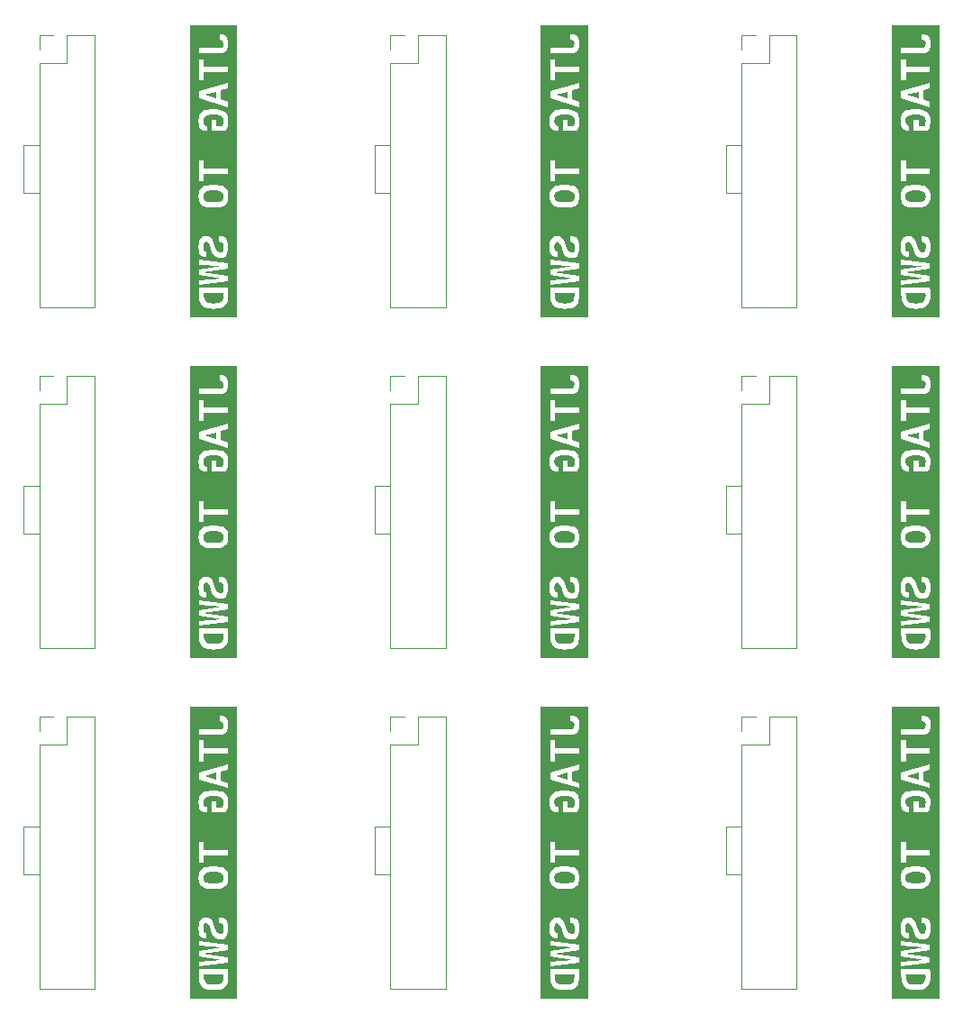
<source format=gbo>
%MOIN*%
%OFA0B0*%
%FSLAX46Y46*%
%IPPOS*%
%LPD*%
%ADD10C,0.0047244094488188976*%
%ADD21C,0.0047244094488188976*%
%ADD22C,0.0047244094488188976*%
%ADD23C,0.0047244094488188976*%
%ADD24C,0.0047244094488188976*%
%ADD25C,0.0047244094488188976*%
%ADD26C,0.0047244094488188976*%
%ADD27C,0.0047244094488188976*%
%ADD28C,0.0047244094488188976*%
G01*
D10*
X0000019685Y0000511811D02*
X0000075196Y0000511811D01*
X0000076771Y0000688976D02*
X0000019685Y0000688976D01*
X0000019685Y0000688976D02*
X0000019685Y0000511811D01*
X0000179921Y0000991732D02*
X0000077559Y0000991732D01*
X0000077559Y0001094094D02*
X0000077559Y0001041732D01*
X0000282283Y0001094094D02*
X0000179921Y0001094094D01*
X0000179921Y0001094094D02*
X0000179921Y0000991732D01*
X0000077559Y0000991732D02*
X0000077559Y0000089370D01*
X0000129921Y0001094094D02*
X0000077559Y0001094094D01*
X0000282283Y0000089370D02*
X0000077559Y0000089370D01*
X0000282283Y0001094094D02*
X0000282283Y0000089370D01*
G36*
X0000735308Y0000520578D02*
G01*
X0000744859Y0000519113D01*
X0000751617Y0000516496D01*
X0000756109Y0000512551D01*
X0000758629Y0000506984D01*
X0000759469Y0000499504D01*
X0000758629Y0000492043D01*
X0000756109Y0000486535D01*
X0000751617Y0000482648D01*
X0000744859Y0000480051D01*
X0000735308Y0000478586D01*
X0000722437Y0000478097D01*
X0000709176Y0000478586D01*
X0000699390Y0000480051D01*
X0000692515Y0000482648D01*
X0000687984Y0000486535D01*
X0000685465Y0000492043D01*
X0000684625Y0000499504D01*
X0000685465Y0000506984D01*
X0000687984Y0000512551D01*
X0000692535Y0000516496D01*
X0000699469Y0000519113D01*
X0000709273Y0000520578D01*
X0000722437Y0000521066D01*
X0000735308Y0000520578D01*
G37*
G36*
X0000733062Y0000862316D02*
G01*
X0000688375Y0000874347D01*
X0000688375Y0000874660D01*
X0000733062Y0000886691D01*
X0000733062Y0000862316D01*
G37*
G36*
X0000759312Y0000130597D02*
G01*
X0000757984Y0000121183D01*
X0000755250Y0000114191D01*
X0000750738Y0000109250D01*
X0000744078Y0000105988D01*
X0000734801Y0000104172D01*
X0000722437Y0000103566D01*
X0000710738Y0000104152D01*
X0000701890Y0000105910D01*
X0000695445Y0000109054D01*
X0000690953Y0000113801D01*
X0000688043Y0000120500D01*
X0000686344Y0000129504D01*
X0000685758Y0000136847D01*
X0000685562Y0000142941D01*
X0000758844Y0000142941D01*
X0000759312Y0000130597D01*
G37*
G36*
X0000634885Y0000050858D02*
G01*
X0000634885Y0000144816D01*
X0000668375Y0000144816D01*
X0000668570Y0000136379D01*
X0000669156Y0000128879D01*
X0000670719Y0000117898D01*
X0000673114Y0000108705D01*
X0000676344Y0000101301D01*
X0000683199Y0000092961D01*
X0000692828Y0000087472D01*
X0000701135Y0000085215D01*
X0000711370Y0000083861D01*
X0000723531Y0000083410D01*
X0000736248Y0000083931D01*
X0000746899Y0000085493D01*
X0000755484Y0000088097D01*
X0000765191Y0000094387D01*
X0000771656Y0000103879D01*
X0000774347Y0000112299D01*
X0000775962Y0000122768D01*
X0000776500Y0000135285D01*
X0000776361Y0000143497D01*
X0000775944Y0000152715D01*
X0000775250Y0000162941D01*
X0000669000Y0000162941D01*
X0000668531Y0000153410D01*
X0000668375Y0000144816D01*
X0000634885Y0000144816D01*
X0000634885Y0000172472D01*
X0000669000Y0000172472D01*
X0000775250Y0000185129D01*
X0000775250Y0000205910D01*
X0000682750Y0000217941D01*
X0000682750Y0000218566D01*
X0000775250Y0000230754D01*
X0000775250Y0000251379D01*
X0000669000Y0000264035D01*
X0000669000Y0000246847D01*
X0000752594Y0000240754D01*
X0000752594Y0000240597D01*
X0000733219Y0000239504D01*
X0000669000Y0000229504D01*
X0000669000Y0000207004D01*
X0000733219Y0000197316D01*
X0000752594Y0000196066D01*
X0000752594Y0000195910D01*
X0000669000Y0000189660D01*
X0000669000Y0000172472D01*
X0000634885Y0000172472D01*
X0000634885Y0000312316D01*
X0000667437Y0000312316D01*
X0000668101Y0000299015D01*
X0000670094Y0000289113D01*
X0000673687Y0000282062D01*
X0000679156Y0000277316D01*
X0000686930Y0000274660D01*
X0000697437Y0000273879D01*
X0000697437Y0000293722D01*
X0000689547Y0000295988D01*
X0000685640Y0000301769D01*
X0000684469Y0000312941D01*
X0000685562Y0000324426D01*
X0000689156Y0000330129D01*
X0000696500Y0000331847D01*
X0000704547Y0000325832D01*
X0000708394Y0000317453D01*
X0000712906Y0000304347D01*
X0000717008Y0000293000D01*
X0000721187Y0000284582D01*
X0000725855Y0000278625D01*
X0000731422Y0000274660D01*
X0000738277Y0000272433D01*
X0000746812Y0000271691D01*
X0000757203Y0000272590D01*
X0000764937Y0000275285D01*
X0000770406Y0000280109D01*
X0000774000Y0000287394D01*
X0000775992Y0000297726D01*
X0000776656Y0000311691D01*
X0000775914Y0000326086D01*
X0000773687Y0000336769D01*
X0000769664Y0000344289D01*
X0000763531Y0000349191D01*
X0000754859Y0000351769D01*
X0000743219Y0000352316D01*
X0000743219Y0000332785D01*
X0000753297Y0000330285D01*
X0000758219Y0000323644D01*
X0000759273Y0000318039D01*
X0000759625Y0000310441D01*
X0000758531Y0000298801D01*
X0000754703Y0000292941D01*
X0000746969Y0000291222D01*
X0000739000Y0000293722D01*
X0000732984Y0000301926D01*
X0000730152Y0000308820D01*
X0000727125Y0000318097D01*
X0000723199Y0000329718D01*
X0000719234Y0000338332D01*
X0000714879Y0000344406D01*
X0000709781Y0000348410D01*
X0000703570Y0000350637D01*
X0000695875Y0000351379D01*
X0000686031Y0000350500D01*
X0000678687Y0000347863D01*
X0000673473Y0000343137D01*
X0000670015Y0000335988D01*
X0000668082Y0000325890D01*
X0000667437Y0000312316D01*
X0000634885Y0000312316D01*
X0000634885Y0000499504D01*
X0000667437Y0000499504D01*
X0000667984Y0000489495D01*
X0000669625Y0000481136D01*
X0000672359Y0000474426D01*
X0000678980Y0000466887D01*
X0000689000Y0000461926D01*
X0000697923Y0000459886D01*
X0000709069Y0000458662D01*
X0000722437Y0000458254D01*
X0000735614Y0000458662D01*
X0000746604Y0000459886D01*
X0000755406Y0000461926D01*
X0000765289Y0000466887D01*
X0000771812Y0000474426D01*
X0000774503Y0000481136D01*
X0000776118Y0000489495D01*
X0000776656Y0000499504D01*
X0000776118Y0000509512D01*
X0000774503Y0000517872D01*
X0000771812Y0000524582D01*
X0000765289Y0000532121D01*
X0000755406Y0000537082D01*
X0000746604Y0000539122D01*
X0000735614Y0000540346D01*
X0000722437Y0000540754D01*
X0000709069Y0000540346D01*
X0000697923Y0000539122D01*
X0000689000Y0000537082D01*
X0000678980Y0000532121D01*
X0000672359Y0000524582D01*
X0000669625Y0000517872D01*
X0000667984Y0000509512D01*
X0000667437Y0000499504D01*
X0000634885Y0000499504D01*
X0000634885Y0000554816D01*
X0000669000Y0000554816D01*
X0000686812Y0000554816D01*
X0000686812Y0000583254D01*
X0000775250Y0000583254D01*
X0000775250Y0000603254D01*
X0000686812Y0000603254D01*
X0000686812Y0000631691D01*
X0000669000Y0000631691D01*
X0000669000Y0000554816D01*
X0000634885Y0000554816D01*
X0000634885Y0000779504D01*
X0000667437Y0000779504D01*
X0000668140Y0000766574D01*
X0000670250Y0000756847D01*
X0000674000Y0000749836D01*
X0000679625Y0000745051D01*
X0000687594Y0000742140D01*
X0000698375Y0000740754D01*
X0000698375Y0000760129D01*
X0000690015Y0000762472D01*
X0000685875Y0000768332D01*
X0000684625Y0000779347D01*
X0000685484Y0000786965D01*
X0000688062Y0000792629D01*
X0000692672Y0000796633D01*
X0000699625Y0000799269D01*
X0000709430Y0000800734D01*
X0000722594Y0000801222D01*
X0000735465Y0000800676D01*
X0000745015Y0000799035D01*
X0000751754Y0000796125D01*
X0000756187Y0000791769D01*
X0000758648Y0000785617D01*
X0000759469Y0000777316D01*
X0000758765Y0000767707D01*
X0000756344Y0000759972D01*
X0000732437Y0000759972D01*
X0000732437Y0000782004D01*
X0000715406Y0000782004D01*
X0000715406Y0000741066D01*
X0000768375Y0000741066D01*
X0000772437Y0000750793D01*
X0000774937Y0000759035D01*
X0000776226Y0000767238D01*
X0000776656Y0000776847D01*
X0000776109Y0000787525D01*
X0000774469Y0000796431D01*
X0000771734Y0000803566D01*
X0000765133Y0000811594D01*
X0000755172Y0000816926D01*
X0000746326Y0000819139D01*
X0000735311Y0000820467D01*
X0000722125Y0000820910D01*
X0000708852Y0000820493D01*
X0000697785Y0000819243D01*
X0000688922Y0000817160D01*
X0000678961Y0000812140D01*
X0000672359Y0000804582D01*
X0000669625Y0000797872D01*
X0000667984Y0000789512D01*
X0000667437Y0000779504D01*
X0000634885Y0000779504D01*
X0000634885Y0000861847D01*
X0000669000Y0000861847D01*
X0000775250Y0000830129D01*
X0000775250Y0000849972D01*
X0000749781Y0000857629D01*
X0000749781Y0000891379D01*
X0000775250Y0000899035D01*
X0000775250Y0000918879D01*
X0000669000Y0000887160D01*
X0000669000Y0000861847D01*
X0000634885Y0000861847D01*
X0000634885Y0000929816D01*
X0000669000Y0000929816D01*
X0000686812Y0000929816D01*
X0000686812Y0000958254D01*
X0000775250Y0000958254D01*
X0000775250Y0000978254D01*
X0000686812Y0000978254D01*
X0000686812Y0001006691D01*
X0000669000Y0001006691D01*
X0000669000Y0000929816D01*
X0000634885Y0000929816D01*
X0000634885Y0001028410D01*
X0000669000Y0001028410D01*
X0000743687Y0001028410D01*
X0000755172Y0001029211D01*
X0000763687Y0001031613D01*
X0000769703Y0001035929D01*
X0000773687Y0001042472D01*
X0000775914Y0001051730D01*
X0000776656Y0001064191D01*
X0000775914Y0001076750D01*
X0000773687Y0001085988D01*
X0000769742Y0001092433D01*
X0000763844Y0001096613D01*
X0000755562Y0001098781D01*
X0000744469Y0001099191D01*
X0000744469Y0001079191D01*
X0000756109Y0001076222D01*
X0000759312Y0001064660D01*
X0000757828Y0001054738D01*
X0000752906Y0001049738D01*
X0000743062Y0001048254D01*
X0000669000Y0001048254D01*
X0000669000Y0001028410D01*
X0000634885Y0001028410D01*
X0000634885Y0001132212D01*
X0000809208Y0001132212D01*
X0000809208Y0000050858D01*
X0000634885Y0000050858D01*
G37*
G04 next file*
G04 Gerber Fmt 4.6, Leading zero omitted, Abs format (unit mm)*
G04 Created by KiCad (PCBNEW (6.0.9)) date 2023-10-26 15:22:16*
G01*
G04 APERTURE LIST*
G04 APERTURE END LIST*
D21*
X0001318897Y0000511811D02*
X0001374409Y0000511811D01*
X0001375984Y0000688976D02*
X0001318897Y0000688976D01*
X0001318897Y0000688976D02*
X0001318897Y0000511811D01*
X0001479133Y0000991732D02*
X0001376771Y0000991732D01*
X0001376771Y0001094094D02*
X0001376771Y0001041732D01*
X0001581496Y0001094094D02*
X0001479133Y0001094094D01*
X0001479133Y0001094094D02*
X0001479133Y0000991732D01*
X0001376771Y0000991732D02*
X0001376771Y0000089370D01*
X0001429133Y0001094094D02*
X0001376771Y0001094094D01*
X0001581496Y0000089370D02*
X0001376771Y0000089370D01*
X0001581496Y0001094094D02*
X0001581496Y0000089370D01*
G36*
X0002034521Y0000520578D02*
G01*
X0002044072Y0000519113D01*
X0002050830Y0000516496D01*
X0002055322Y0000512551D01*
X0002057841Y0000506984D01*
X0002058681Y0000499504D01*
X0002057841Y0000492043D01*
X0002055322Y0000486535D01*
X0002050830Y0000482648D01*
X0002044072Y0000480051D01*
X0002034521Y0000478586D01*
X0002021650Y0000478097D01*
X0002008388Y0000478586D01*
X0001998603Y0000480051D01*
X0001991728Y0000482648D01*
X0001987197Y0000486535D01*
X0001984677Y0000492043D01*
X0001983837Y0000499504D01*
X0001984677Y0000506984D01*
X0001987197Y0000512551D01*
X0001991748Y0000516496D01*
X0001998681Y0000519113D01*
X0002008486Y0000520578D01*
X0002021650Y0000521066D01*
X0002034521Y0000520578D01*
G37*
G36*
X0002032275Y0000862316D02*
G01*
X0001987587Y0000874347D01*
X0001987587Y0000874660D01*
X0002032275Y0000886691D01*
X0002032275Y0000862316D01*
G37*
G36*
X0002058525Y0000130597D02*
G01*
X0002057197Y0000121183D01*
X0002054462Y0000114191D01*
X0002049951Y0000109250D01*
X0002043291Y0000105988D01*
X0002034013Y0000104172D01*
X0002021650Y0000103566D01*
X0002009951Y0000104152D01*
X0002001103Y0000105910D01*
X0001994658Y0000109054D01*
X0001990166Y0000113801D01*
X0001987255Y0000120500D01*
X0001985556Y0000129504D01*
X0001984970Y0000136847D01*
X0001984775Y0000142941D01*
X0002058056Y0000142941D01*
X0002058525Y0000130597D01*
G37*
G36*
X0001934098Y0000050858D02*
G01*
X0001934098Y0000144816D01*
X0001967587Y0000144816D01*
X0001967783Y0000136379D01*
X0001968369Y0000128879D01*
X0001969931Y0000117898D01*
X0001972327Y0000108705D01*
X0001975556Y0000101301D01*
X0001982412Y0000092961D01*
X0001992041Y0000087472D01*
X0002000348Y0000085215D01*
X0002010582Y0000083861D01*
X0002022744Y0000083410D01*
X0002035461Y0000083931D01*
X0002046112Y0000085493D01*
X0002054697Y0000088097D01*
X0002064404Y0000094387D01*
X0002070869Y0000103879D01*
X0002073560Y0000112299D01*
X0002075174Y0000122768D01*
X0002075712Y0000135285D01*
X0002075574Y0000143497D01*
X0002075157Y0000152715D01*
X0002074462Y0000162941D01*
X0001968212Y0000162941D01*
X0001967744Y0000153410D01*
X0001967587Y0000144816D01*
X0001934098Y0000144816D01*
X0001934098Y0000172472D01*
X0001968212Y0000172472D01*
X0002074462Y0000185129D01*
X0002074462Y0000205910D01*
X0001981962Y0000217941D01*
X0001981962Y0000218566D01*
X0002074462Y0000230754D01*
X0002074462Y0000251379D01*
X0001968212Y0000264035D01*
X0001968212Y0000246847D01*
X0002051806Y0000240754D01*
X0002051806Y0000240597D01*
X0002032431Y0000239504D01*
X0001968212Y0000229504D01*
X0001968212Y0000207004D01*
X0002032431Y0000197316D01*
X0002051806Y0000196066D01*
X0002051806Y0000195910D01*
X0001968212Y0000189660D01*
X0001968212Y0000172472D01*
X0001934098Y0000172472D01*
X0001934098Y0000312316D01*
X0001966650Y0000312316D01*
X0001967314Y0000299015D01*
X0001969306Y0000289113D01*
X0001972900Y0000282062D01*
X0001978369Y0000277316D01*
X0001986142Y0000274660D01*
X0001996650Y0000273879D01*
X0001996650Y0000293722D01*
X0001988759Y0000295988D01*
X0001984853Y0000301769D01*
X0001983681Y0000312941D01*
X0001984775Y0000324426D01*
X0001988369Y0000330129D01*
X0001995712Y0000331847D01*
X0002003759Y0000325832D01*
X0002007607Y0000317453D01*
X0002012119Y0000304347D01*
X0002016220Y0000293000D01*
X0002020400Y0000284582D01*
X0002025068Y0000278625D01*
X0002030634Y0000274660D01*
X0002037490Y0000272433D01*
X0002046025Y0000271691D01*
X0002056416Y0000272590D01*
X0002064150Y0000275285D01*
X0002069619Y0000280109D01*
X0002073212Y0000287394D01*
X0002075205Y0000297726D01*
X0002075869Y0000311691D01*
X0002075127Y0000326086D01*
X0002072900Y0000336769D01*
X0002068877Y0000344289D01*
X0002062744Y0000349191D01*
X0002054072Y0000351769D01*
X0002042431Y0000352316D01*
X0002042431Y0000332785D01*
X0002052509Y0000330285D01*
X0002057431Y0000323644D01*
X0002058486Y0000318039D01*
X0002058837Y0000310441D01*
X0002057744Y0000298801D01*
X0002053916Y0000292941D01*
X0002046181Y0000291222D01*
X0002038212Y0000293722D01*
X0002032197Y0000301926D01*
X0002029365Y0000308820D01*
X0002026337Y0000318097D01*
X0002022412Y0000329718D01*
X0002018447Y0000338332D01*
X0002014091Y0000344406D01*
X0002008994Y0000348410D01*
X0002002783Y0000350637D01*
X0001995087Y0000351379D01*
X0001985244Y0000350500D01*
X0001977900Y0000347863D01*
X0001972685Y0000343137D01*
X0001969228Y0000335988D01*
X0001967295Y0000325890D01*
X0001966650Y0000312316D01*
X0001934098Y0000312316D01*
X0001934098Y0000499504D01*
X0001966650Y0000499504D01*
X0001967197Y0000489495D01*
X0001968837Y0000481136D01*
X0001971572Y0000474426D01*
X0001978193Y0000466887D01*
X0001988212Y0000461926D01*
X0001997136Y0000459886D01*
X0002008282Y0000458662D01*
X0002021650Y0000458254D01*
X0002034827Y0000458662D01*
X0002045817Y0000459886D01*
X0002054619Y0000461926D01*
X0002064502Y0000466887D01*
X0002071025Y0000474426D01*
X0002073716Y0000481136D01*
X0002075331Y0000489495D01*
X0002075869Y0000499504D01*
X0002075331Y0000509512D01*
X0002073716Y0000517872D01*
X0002071025Y0000524582D01*
X0002064502Y0000532121D01*
X0002054619Y0000537082D01*
X0002045817Y0000539122D01*
X0002034827Y0000540346D01*
X0002021650Y0000540754D01*
X0002008282Y0000540346D01*
X0001997136Y0000539122D01*
X0001988212Y0000537082D01*
X0001978193Y0000532121D01*
X0001971572Y0000524582D01*
X0001968837Y0000517872D01*
X0001967197Y0000509512D01*
X0001966650Y0000499504D01*
X0001934098Y0000499504D01*
X0001934098Y0000554816D01*
X0001968212Y0000554816D01*
X0001986025Y0000554816D01*
X0001986025Y0000583254D01*
X0002074462Y0000583254D01*
X0002074462Y0000603254D01*
X0001986025Y0000603254D01*
X0001986025Y0000631691D01*
X0001968212Y0000631691D01*
X0001968212Y0000554816D01*
X0001934098Y0000554816D01*
X0001934098Y0000779504D01*
X0001966650Y0000779504D01*
X0001967353Y0000766574D01*
X0001969462Y0000756847D01*
X0001973212Y0000749836D01*
X0001978837Y0000745051D01*
X0001986806Y0000742140D01*
X0001997587Y0000740754D01*
X0001997587Y0000760129D01*
X0001989228Y0000762472D01*
X0001985087Y0000768332D01*
X0001983837Y0000779347D01*
X0001984697Y0000786965D01*
X0001987275Y0000792629D01*
X0001991884Y0000796633D01*
X0001998837Y0000799269D01*
X0002008642Y0000800734D01*
X0002021806Y0000801222D01*
X0002034677Y0000800676D01*
X0002044228Y0000799035D01*
X0002050966Y0000796125D01*
X0002055400Y0000791769D01*
X0002057861Y0000785617D01*
X0002058681Y0000777316D01*
X0002057978Y0000767707D01*
X0002055556Y0000759972D01*
X0002031650Y0000759972D01*
X0002031650Y0000782004D01*
X0002014619Y0000782004D01*
X0002014619Y0000741066D01*
X0002067587Y0000741066D01*
X0002071650Y0000750793D01*
X0002074150Y0000759035D01*
X0002075439Y0000767238D01*
X0002075869Y0000776847D01*
X0002075322Y0000787525D01*
X0002073681Y0000796431D01*
X0002070947Y0000803566D01*
X0002064345Y0000811594D01*
X0002054384Y0000816926D01*
X0002045539Y0000819139D01*
X0002034523Y0000820467D01*
X0002021337Y0000820910D01*
X0002008065Y0000820493D01*
X0001996997Y0000819243D01*
X0001988134Y0000817160D01*
X0001978173Y0000812140D01*
X0001971572Y0000804582D01*
X0001968837Y0000797872D01*
X0001967197Y0000789512D01*
X0001966650Y0000779504D01*
X0001934098Y0000779504D01*
X0001934098Y0000861847D01*
X0001968212Y0000861847D01*
X0002074462Y0000830129D01*
X0002074462Y0000849972D01*
X0002048994Y0000857629D01*
X0002048994Y0000891379D01*
X0002074462Y0000899035D01*
X0002074462Y0000918879D01*
X0001968212Y0000887160D01*
X0001968212Y0000861847D01*
X0001934098Y0000861847D01*
X0001934098Y0000929816D01*
X0001968212Y0000929816D01*
X0001986025Y0000929816D01*
X0001986025Y0000958254D01*
X0002074462Y0000958254D01*
X0002074462Y0000978254D01*
X0001986025Y0000978254D01*
X0001986025Y0001006691D01*
X0001968212Y0001006691D01*
X0001968212Y0000929816D01*
X0001934098Y0000929816D01*
X0001934098Y0001028410D01*
X0001968212Y0001028410D01*
X0002042900Y0001028410D01*
X0002054384Y0001029211D01*
X0002062900Y0001031613D01*
X0002068916Y0001035929D01*
X0002072900Y0001042472D01*
X0002075127Y0001051730D01*
X0002075869Y0001064191D01*
X0002075127Y0001076750D01*
X0002072900Y0001085988D01*
X0002068955Y0001092433D01*
X0002063056Y0001096613D01*
X0002054775Y0001098781D01*
X0002043681Y0001099191D01*
X0002043681Y0001079191D01*
X0002055322Y0001076222D01*
X0002058525Y0001064660D01*
X0002057041Y0001054738D01*
X0002052119Y0001049738D01*
X0002042275Y0001048254D01*
X0001968212Y0001048254D01*
X0001968212Y0001028410D01*
X0001934098Y0001028410D01*
X0001934098Y0001132212D01*
X0002108421Y0001132212D01*
X0002108421Y0000050858D01*
X0001934098Y0000050858D01*
G37*
G04 next file*
G04 Gerber Fmt 4.6, Leading zero omitted, Abs format (unit mm)*
G04 Created by KiCad (PCBNEW (6.0.9)) date 2023-10-26 15:22:16*
G01*
G04 APERTURE LIST*
G04 APERTURE END LIST*
D22*
X0002618110Y0000511811D02*
X0002673622Y0000511811D01*
X0002675196Y0000688976D02*
X0002618110Y0000688976D01*
X0002618110Y0000688976D02*
X0002618110Y0000511811D01*
X0002778346Y0000991732D02*
X0002675984Y0000991732D01*
X0002675984Y0001094094D02*
X0002675984Y0001041732D01*
X0002880708Y0001094094D02*
X0002778346Y0001094094D01*
X0002778346Y0001094094D02*
X0002778346Y0000991732D01*
X0002675984Y0000991732D02*
X0002675984Y0000089370D01*
X0002728346Y0001094094D02*
X0002675984Y0001094094D01*
X0002880708Y0000089370D02*
X0002675984Y0000089370D01*
X0002880708Y0001094094D02*
X0002880708Y0000089370D01*
G36*
X0003333734Y0000520578D02*
G01*
X0003343284Y0000519113D01*
X0003350042Y0000516496D01*
X0003354534Y0000512551D01*
X0003357054Y0000506984D01*
X0003357894Y0000499504D01*
X0003357054Y0000492043D01*
X0003354534Y0000486535D01*
X0003350042Y0000482648D01*
X0003343284Y0000480051D01*
X0003333734Y0000478586D01*
X0003320863Y0000478097D01*
X0003307601Y0000478586D01*
X0003297816Y0000480051D01*
X0003290941Y0000482648D01*
X0003286409Y0000486535D01*
X0003283890Y0000492043D01*
X0003283050Y0000499504D01*
X0003283890Y0000506984D01*
X0003286409Y0000512551D01*
X0003290960Y0000516496D01*
X0003297894Y0000519113D01*
X0003307699Y0000520578D01*
X0003320863Y0000521066D01*
X0003333734Y0000520578D01*
G37*
G36*
X0003331488Y0000862316D02*
G01*
X0003286800Y0000874347D01*
X0003286800Y0000874660D01*
X0003331488Y0000886691D01*
X0003331488Y0000862316D01*
G37*
G36*
X0003357738Y0000130597D02*
G01*
X0003356409Y0000121183D01*
X0003353675Y0000114191D01*
X0003349163Y0000109250D01*
X0003342503Y0000105988D01*
X0003333226Y0000104172D01*
X0003320863Y0000103566D01*
X0003309163Y0000104152D01*
X0003300316Y0000105910D01*
X0003293870Y0000109054D01*
X0003289378Y0000113801D01*
X0003286468Y0000120500D01*
X0003284769Y0000129504D01*
X0003284183Y0000136847D01*
X0003283988Y0000142941D01*
X0003357269Y0000142941D01*
X0003357738Y0000130597D01*
G37*
G36*
X0003233310Y0000050858D02*
G01*
X0003233310Y0000144816D01*
X0003266800Y0000144816D01*
X0003266995Y0000136379D01*
X0003267581Y0000128879D01*
X0003269144Y0000117898D01*
X0003271540Y0000108705D01*
X0003274769Y0000101301D01*
X0003281624Y0000092961D01*
X0003291253Y0000087472D01*
X0003299560Y0000085215D01*
X0003309795Y0000083861D01*
X0003321956Y0000083410D01*
X0003334673Y0000083931D01*
X0003345324Y0000085493D01*
X0003353909Y0000088097D01*
X0003363616Y0000094387D01*
X0003370081Y0000103879D01*
X0003372772Y0000112299D01*
X0003374387Y0000122768D01*
X0003374925Y0000135285D01*
X0003374786Y0000143497D01*
X0003374370Y0000152715D01*
X0003373675Y0000162941D01*
X0003267425Y0000162941D01*
X0003266956Y0000153410D01*
X0003266800Y0000144816D01*
X0003233310Y0000144816D01*
X0003233310Y0000172472D01*
X0003267425Y0000172472D01*
X0003373675Y0000185129D01*
X0003373675Y0000205910D01*
X0003281175Y0000217941D01*
X0003281175Y0000218566D01*
X0003373675Y0000230754D01*
X0003373675Y0000251379D01*
X0003267425Y0000264035D01*
X0003267425Y0000246847D01*
X0003351019Y0000240754D01*
X0003351019Y0000240597D01*
X0003331644Y0000239504D01*
X0003267425Y0000229504D01*
X0003267425Y0000207004D01*
X0003331644Y0000197316D01*
X0003351019Y0000196066D01*
X0003351019Y0000195910D01*
X0003267425Y0000189660D01*
X0003267425Y0000172472D01*
X0003233310Y0000172472D01*
X0003233310Y0000312316D01*
X0003265863Y0000312316D01*
X0003266527Y0000299015D01*
X0003268519Y0000289113D01*
X0003272113Y0000282062D01*
X0003277581Y0000277316D01*
X0003285355Y0000274660D01*
X0003295863Y0000273879D01*
X0003295863Y0000293722D01*
X0003287972Y0000295988D01*
X0003284066Y0000301769D01*
X0003282894Y0000312941D01*
X0003283988Y0000324426D01*
X0003287581Y0000330129D01*
X0003294925Y0000331847D01*
X0003302972Y0000325832D01*
X0003306820Y0000317453D01*
X0003311331Y0000304347D01*
X0003315433Y0000293000D01*
X0003319613Y0000284582D01*
X0003324280Y0000278625D01*
X0003329847Y0000274660D01*
X0003336702Y0000272433D01*
X0003345238Y0000271691D01*
X0003355628Y0000272590D01*
X0003363363Y0000275285D01*
X0003368831Y0000280109D01*
X0003372425Y0000287394D01*
X0003374417Y0000297726D01*
X0003375081Y0000311691D01*
X0003374339Y0000326086D01*
X0003372113Y0000336769D01*
X0003368089Y0000344289D01*
X0003361956Y0000349191D01*
X0003353284Y0000351769D01*
X0003341644Y0000352316D01*
X0003341644Y0000332785D01*
X0003351722Y0000330285D01*
X0003356644Y0000323644D01*
X0003357699Y0000318039D01*
X0003358050Y0000310441D01*
X0003356956Y0000298801D01*
X0003353128Y0000292941D01*
X0003345394Y0000291222D01*
X0003337425Y0000293722D01*
X0003331409Y0000301926D01*
X0003328577Y0000308820D01*
X0003325550Y0000318097D01*
X0003321624Y0000329718D01*
X0003317659Y0000338332D01*
X0003313304Y0000344406D01*
X0003308206Y0000348410D01*
X0003301995Y0000350637D01*
X0003294300Y0000351379D01*
X0003284456Y0000350500D01*
X0003277113Y0000347863D01*
X0003271898Y0000343137D01*
X0003268441Y0000335988D01*
X0003266507Y0000325890D01*
X0003265863Y0000312316D01*
X0003233310Y0000312316D01*
X0003233310Y0000499504D01*
X0003265863Y0000499504D01*
X0003266409Y0000489495D01*
X0003268050Y0000481136D01*
X0003270784Y0000474426D01*
X0003277406Y0000466887D01*
X0003287425Y0000461926D01*
X0003296349Y0000459886D01*
X0003307495Y0000458662D01*
X0003320863Y0000458254D01*
X0003334040Y0000458662D01*
X0003345029Y0000459886D01*
X0003353831Y0000461926D01*
X0003363714Y0000466887D01*
X0003370238Y0000474426D01*
X0003372929Y0000481136D01*
X0003374543Y0000489495D01*
X0003375081Y0000499504D01*
X0003374543Y0000509512D01*
X0003372929Y0000517872D01*
X0003370238Y0000524582D01*
X0003363714Y0000532121D01*
X0003353831Y0000537082D01*
X0003345029Y0000539122D01*
X0003334040Y0000540346D01*
X0003320863Y0000540754D01*
X0003307495Y0000540346D01*
X0003296349Y0000539122D01*
X0003287425Y0000537082D01*
X0003277406Y0000532121D01*
X0003270784Y0000524582D01*
X0003268050Y0000517872D01*
X0003266409Y0000509512D01*
X0003265863Y0000499504D01*
X0003233310Y0000499504D01*
X0003233310Y0000554816D01*
X0003267425Y0000554816D01*
X0003285238Y0000554816D01*
X0003285238Y0000583254D01*
X0003373675Y0000583254D01*
X0003373675Y0000603254D01*
X0003285238Y0000603254D01*
X0003285238Y0000631691D01*
X0003267425Y0000631691D01*
X0003267425Y0000554816D01*
X0003233310Y0000554816D01*
X0003233310Y0000779504D01*
X0003265863Y0000779504D01*
X0003266566Y0000766574D01*
X0003268675Y0000756847D01*
X0003272425Y0000749836D01*
X0003278050Y0000745051D01*
X0003286019Y0000742140D01*
X0003296800Y0000740754D01*
X0003296800Y0000760129D01*
X0003288441Y0000762472D01*
X0003284300Y0000768332D01*
X0003283050Y0000779347D01*
X0003283909Y0000786965D01*
X0003286488Y0000792629D01*
X0003291097Y0000796633D01*
X0003298050Y0000799269D01*
X0003307855Y0000800734D01*
X0003321019Y0000801222D01*
X0003333890Y0000800676D01*
X0003343441Y0000799035D01*
X0003350179Y0000796125D01*
X0003354613Y0000791769D01*
X0003357074Y0000785617D01*
X0003357894Y0000777316D01*
X0003357191Y0000767707D01*
X0003354769Y0000759972D01*
X0003330863Y0000759972D01*
X0003330863Y0000782004D01*
X0003313831Y0000782004D01*
X0003313831Y0000741066D01*
X0003366800Y0000741066D01*
X0003370863Y0000750793D01*
X0003373363Y0000759035D01*
X0003374652Y0000767238D01*
X0003375081Y0000776847D01*
X0003374534Y0000787525D01*
X0003372894Y0000796431D01*
X0003370159Y0000803566D01*
X0003363558Y0000811594D01*
X0003353597Y0000816926D01*
X0003344751Y0000819139D01*
X0003333736Y0000820467D01*
X0003320550Y0000820910D01*
X0003307277Y0000820493D01*
X0003296210Y0000819243D01*
X0003287347Y0000817160D01*
X0003277386Y0000812140D01*
X0003270784Y0000804582D01*
X0003268050Y0000797872D01*
X0003266409Y0000789512D01*
X0003265863Y0000779504D01*
X0003233310Y0000779504D01*
X0003233310Y0000861847D01*
X0003267425Y0000861847D01*
X0003373675Y0000830129D01*
X0003373675Y0000849972D01*
X0003348206Y0000857629D01*
X0003348206Y0000891379D01*
X0003373675Y0000899035D01*
X0003373675Y0000918879D01*
X0003267425Y0000887160D01*
X0003267425Y0000861847D01*
X0003233310Y0000861847D01*
X0003233310Y0000929816D01*
X0003267425Y0000929816D01*
X0003285238Y0000929816D01*
X0003285238Y0000958254D01*
X0003373675Y0000958254D01*
X0003373675Y0000978254D01*
X0003285238Y0000978254D01*
X0003285238Y0001006691D01*
X0003267425Y0001006691D01*
X0003267425Y0000929816D01*
X0003233310Y0000929816D01*
X0003233310Y0001028410D01*
X0003267425Y0001028410D01*
X0003342113Y0001028410D01*
X0003353597Y0001029211D01*
X0003362113Y0001031613D01*
X0003368128Y0001035929D01*
X0003372113Y0001042472D01*
X0003374339Y0001051730D01*
X0003375081Y0001064191D01*
X0003374339Y0001076750D01*
X0003372113Y0001085988D01*
X0003368167Y0001092433D01*
X0003362269Y0001096613D01*
X0003353988Y0001098781D01*
X0003342894Y0001099191D01*
X0003342894Y0001079191D01*
X0003354534Y0001076222D01*
X0003357738Y0001064660D01*
X0003356253Y0001054738D01*
X0003351331Y0001049738D01*
X0003341488Y0001048254D01*
X0003267425Y0001048254D01*
X0003267425Y0001028410D01*
X0003233310Y0001028410D01*
X0003233310Y0001132212D01*
X0003407633Y0001132212D01*
X0003407633Y0000050858D01*
X0003233310Y0000050858D01*
G37*
G04 next file*
G04 Gerber Fmt 4.6, Leading zero omitted, Abs format (unit mm)*
G04 Created by KiCad (PCBNEW (6.0.9)) date 2023-10-26 15:22:16*
G01*
G04 APERTURE LIST*
G04 APERTURE END LIST*
D23*
X0000019685Y0001771653D02*
X0000075196Y0001771653D01*
X0000076771Y0001948818D02*
X0000019685Y0001948818D01*
X0000019685Y0001948818D02*
X0000019685Y0001771653D01*
X0000179921Y0002251574D02*
X0000077559Y0002251574D01*
X0000077559Y0002353937D02*
X0000077559Y0002301574D01*
X0000282283Y0002353937D02*
X0000179921Y0002353937D01*
X0000179921Y0002353937D02*
X0000179921Y0002251574D01*
X0000077559Y0002251574D02*
X0000077559Y0001349212D01*
X0000129921Y0002353937D02*
X0000077559Y0002353937D01*
X0000282283Y0001349212D02*
X0000077559Y0001349212D01*
X0000282283Y0002353937D02*
X0000282283Y0001349212D01*
G36*
X0000735308Y0001780420D02*
G01*
X0000744859Y0001778956D01*
X0000751617Y0001776338D01*
X0000756109Y0001772393D01*
X0000758629Y0001766827D01*
X0000759469Y0001759346D01*
X0000758629Y0001751885D01*
X0000756109Y0001746377D01*
X0000751617Y0001742491D01*
X0000744859Y0001739893D01*
X0000735308Y0001738428D01*
X0000722437Y0001737940D01*
X0000709176Y0001738428D01*
X0000699390Y0001739893D01*
X0000692515Y0001742491D01*
X0000687984Y0001746377D01*
X0000685465Y0001751885D01*
X0000684625Y0001759346D01*
X0000685465Y0001766827D01*
X0000687984Y0001772393D01*
X0000692535Y0001776338D01*
X0000699469Y0001778956D01*
X0000709273Y0001780420D01*
X0000722437Y0001780909D01*
X0000735308Y0001780420D01*
G37*
G36*
X0000733062Y0002122159D02*
G01*
X0000688375Y0002134190D01*
X0000688375Y0002134502D01*
X0000733062Y0002146534D01*
X0000733062Y0002122159D01*
G37*
G36*
X0000759312Y0001390440D02*
G01*
X0000757984Y0001381026D01*
X0000755250Y0001374034D01*
X0000750738Y0001369092D01*
X0000744078Y0001365831D01*
X0000734801Y0001364014D01*
X0000722437Y0001363409D01*
X0000710738Y0001363995D01*
X0000701890Y0001365752D01*
X0000695445Y0001368897D01*
X0000690953Y0001373643D01*
X0000688043Y0001380342D01*
X0000686344Y0001389346D01*
X0000685758Y0001396690D01*
X0000685562Y0001402784D01*
X0000758844Y0001402784D01*
X0000759312Y0001390440D01*
G37*
G36*
X0000634885Y0001310700D02*
G01*
X0000634885Y0001404659D01*
X0000668375Y0001404659D01*
X0000668570Y0001396221D01*
X0000669156Y0001388721D01*
X0000670719Y0001377740D01*
X0000673114Y0001368548D01*
X0000676344Y0001361143D01*
X0000683199Y0001352803D01*
X0000692828Y0001347315D01*
X0000701135Y0001345058D01*
X0000711370Y0001343704D01*
X0000723531Y0001343252D01*
X0000736248Y0001343773D01*
X0000746899Y0001345336D01*
X0000755484Y0001347940D01*
X0000765191Y0001354229D01*
X0000771656Y0001363721D01*
X0000774347Y0001372141D01*
X0000775962Y0001382610D01*
X0000776500Y0001395127D01*
X0000776361Y0001403339D01*
X0000775944Y0001412558D01*
X0000775250Y0001422784D01*
X0000669000Y0001422784D01*
X0000668531Y0001413252D01*
X0000668375Y0001404659D01*
X0000634885Y0001404659D01*
X0000634885Y0001432315D01*
X0000669000Y0001432315D01*
X0000775250Y0001444971D01*
X0000775250Y0001465752D01*
X0000682750Y0001477784D01*
X0000682750Y0001478409D01*
X0000775250Y0001490596D01*
X0000775250Y0001511221D01*
X0000669000Y0001523877D01*
X0000669000Y0001506690D01*
X0000752594Y0001500596D01*
X0000752594Y0001500440D01*
X0000733219Y0001499346D01*
X0000669000Y0001489346D01*
X0000669000Y0001466846D01*
X0000733219Y0001457159D01*
X0000752594Y0001455909D01*
X0000752594Y0001455752D01*
X0000669000Y0001449502D01*
X0000669000Y0001432315D01*
X0000634885Y0001432315D01*
X0000634885Y0001572159D01*
X0000667437Y0001572159D01*
X0000668101Y0001558858D01*
X0000670094Y0001548956D01*
X0000673687Y0001541905D01*
X0000679156Y0001537159D01*
X0000686930Y0001534502D01*
X0000697437Y0001533721D01*
X0000697437Y0001553565D01*
X0000689547Y0001555831D01*
X0000685640Y0001561612D01*
X0000684469Y0001572784D01*
X0000685562Y0001584268D01*
X0000689156Y0001589971D01*
X0000696500Y0001591690D01*
X0000704547Y0001585674D01*
X0000708394Y0001577295D01*
X0000712906Y0001564190D01*
X0000717008Y0001552842D01*
X0000721187Y0001544424D01*
X0000725855Y0001538467D01*
X0000731422Y0001534502D01*
X0000738277Y0001532276D01*
X0000746812Y0001531534D01*
X0000757203Y0001532432D01*
X0000764937Y0001535127D01*
X0000770406Y0001539952D01*
X0000774000Y0001547237D01*
X0000775992Y0001557569D01*
X0000776656Y0001571534D01*
X0000775914Y0001585928D01*
X0000773687Y0001596612D01*
X0000769664Y0001604131D01*
X0000763531Y0001609034D01*
X0000754859Y0001611612D01*
X0000743219Y0001612159D01*
X0000743219Y0001592627D01*
X0000753297Y0001590127D01*
X0000758219Y0001583487D01*
X0000759273Y0001577881D01*
X0000759625Y0001570284D01*
X0000758531Y0001558643D01*
X0000754703Y0001552784D01*
X0000746969Y0001551065D01*
X0000739000Y0001553565D01*
X0000732984Y0001561768D01*
X0000730152Y0001568663D01*
X0000727125Y0001577940D01*
X0000723199Y0001589561D01*
X0000719234Y0001598174D01*
X0000714879Y0001604249D01*
X0000709781Y0001608252D01*
X0000703570Y0001610479D01*
X0000695875Y0001611221D01*
X0000686031Y0001610342D01*
X0000678687Y0001607706D01*
X0000673473Y0001602979D01*
X0000670015Y0001595831D01*
X0000668082Y0001585733D01*
X0000667437Y0001572159D01*
X0000634885Y0001572159D01*
X0000634885Y0001759346D01*
X0000667437Y0001759346D01*
X0000667984Y0001749338D01*
X0000669625Y0001740978D01*
X0000672359Y0001734268D01*
X0000678980Y0001726729D01*
X0000689000Y0001721768D01*
X0000697923Y0001719728D01*
X0000709069Y0001718504D01*
X0000722437Y0001718096D01*
X0000735614Y0001718504D01*
X0000746604Y0001719728D01*
X0000755406Y0001721768D01*
X0000765289Y0001726729D01*
X0000771812Y0001734268D01*
X0000774503Y0001740978D01*
X0000776118Y0001749338D01*
X0000776656Y0001759346D01*
X0000776118Y0001769355D01*
X0000774503Y0001777714D01*
X0000771812Y0001784424D01*
X0000765289Y0001791963D01*
X0000755406Y0001796924D01*
X0000746604Y0001798964D01*
X0000735614Y0001800188D01*
X0000722437Y0001800596D01*
X0000709069Y0001800188D01*
X0000697923Y0001798964D01*
X0000689000Y0001796924D01*
X0000678980Y0001791963D01*
X0000672359Y0001784424D01*
X0000669625Y0001777714D01*
X0000667984Y0001769355D01*
X0000667437Y0001759346D01*
X0000634885Y0001759346D01*
X0000634885Y0001814659D01*
X0000669000Y0001814659D01*
X0000686812Y0001814659D01*
X0000686812Y0001843096D01*
X0000775250Y0001843096D01*
X0000775250Y0001863096D01*
X0000686812Y0001863096D01*
X0000686812Y0001891534D01*
X0000669000Y0001891534D01*
X0000669000Y0001814659D01*
X0000634885Y0001814659D01*
X0000634885Y0002039346D01*
X0000667437Y0002039346D01*
X0000668140Y0002026416D01*
X0000670250Y0002016690D01*
X0000674000Y0002009678D01*
X0000679625Y0002004893D01*
X0000687594Y0002001983D01*
X0000698375Y0002000596D01*
X0000698375Y0002019971D01*
X0000690015Y0002022315D01*
X0000685875Y0002028174D01*
X0000684625Y0002039190D01*
X0000685484Y0002046807D01*
X0000688062Y0002052471D01*
X0000692672Y0002056475D01*
X0000699625Y0002059112D01*
X0000709430Y0002060577D01*
X0000722594Y0002061065D01*
X0000735465Y0002060518D01*
X0000745015Y0002058877D01*
X0000751754Y0002055967D01*
X0000756187Y0002051612D01*
X0000758648Y0002045460D01*
X0000759469Y0002037159D01*
X0000758765Y0002027549D01*
X0000756344Y0002019815D01*
X0000732437Y0002019815D01*
X0000732437Y0002041846D01*
X0000715406Y0002041846D01*
X0000715406Y0002000909D01*
X0000768375Y0002000909D01*
X0000772437Y0002010635D01*
X0000774937Y0002018877D01*
X0000776226Y0002027081D01*
X0000776656Y0002036690D01*
X0000776109Y0002047367D01*
X0000774469Y0002056273D01*
X0000771734Y0002063409D01*
X0000765133Y0002071436D01*
X0000755172Y0002076768D01*
X0000746326Y0002078982D01*
X0000735311Y0002080310D01*
X0000722125Y0002080752D01*
X0000708852Y0002080336D01*
X0000697785Y0002079086D01*
X0000688922Y0002077002D01*
X0000678961Y0002071983D01*
X0000672359Y0002064424D01*
X0000669625Y0002057714D01*
X0000667984Y0002049355D01*
X0000667437Y0002039346D01*
X0000634885Y0002039346D01*
X0000634885Y0002121690D01*
X0000669000Y0002121690D01*
X0000775250Y0002089971D01*
X0000775250Y0002109815D01*
X0000749781Y0002117471D01*
X0000749781Y0002151221D01*
X0000775250Y0002158877D01*
X0000775250Y0002178721D01*
X0000669000Y0002147002D01*
X0000669000Y0002121690D01*
X0000634885Y0002121690D01*
X0000634885Y0002189659D01*
X0000669000Y0002189659D01*
X0000686812Y0002189659D01*
X0000686812Y0002218096D01*
X0000775250Y0002218096D01*
X0000775250Y0002238096D01*
X0000686812Y0002238096D01*
X0000686812Y0002266534D01*
X0000669000Y0002266534D01*
X0000669000Y0002189659D01*
X0000634885Y0002189659D01*
X0000634885Y0002288252D01*
X0000669000Y0002288252D01*
X0000743687Y0002288252D01*
X0000755172Y0002289053D01*
X0000763687Y0002291456D01*
X0000769703Y0002295772D01*
X0000773687Y0002302315D01*
X0000775914Y0002311573D01*
X0000776656Y0002324034D01*
X0000775914Y0002336592D01*
X0000773687Y0002345831D01*
X0000769742Y0002352276D01*
X0000763844Y0002356456D01*
X0000755562Y0002358624D01*
X0000744469Y0002359034D01*
X0000744469Y0002339034D01*
X0000756109Y0002336065D01*
X0000759312Y0002324502D01*
X0000757828Y0002314581D01*
X0000752906Y0002309581D01*
X0000743062Y0002308096D01*
X0000669000Y0002308096D01*
X0000669000Y0002288252D01*
X0000634885Y0002288252D01*
X0000634885Y0002392055D01*
X0000809208Y0002392055D01*
X0000809208Y0001310700D01*
X0000634885Y0001310700D01*
G37*
G04 next file*
G04 Gerber Fmt 4.6, Leading zero omitted, Abs format (unit mm)*
G04 Created by KiCad (PCBNEW (6.0.9)) date 2023-10-26 15:22:16*
G01*
G04 APERTURE LIST*
G04 APERTURE END LIST*
D24*
X0000019685Y0003031496D02*
X0000075196Y0003031496D01*
X0000076771Y0003208661D02*
X0000019685Y0003208661D01*
X0000019685Y0003208661D02*
X0000019685Y0003031496D01*
X0000179921Y0003511417D02*
X0000077559Y0003511417D01*
X0000077559Y0003613779D02*
X0000077559Y0003561417D01*
X0000282283Y0003613779D02*
X0000179921Y0003613779D01*
X0000179921Y0003613779D02*
X0000179921Y0003511417D01*
X0000077559Y0003511417D02*
X0000077559Y0002609055D01*
X0000129921Y0003613779D02*
X0000077559Y0003613779D01*
X0000282283Y0002609055D02*
X0000077559Y0002609055D01*
X0000282283Y0003613779D02*
X0000282283Y0002609055D01*
G36*
X0000735308Y0003040263D02*
G01*
X0000744859Y0003038798D01*
X0000751617Y0003036181D01*
X0000756109Y0003032236D01*
X0000758629Y0003026669D01*
X0000759469Y0003019189D01*
X0000758629Y0003011728D01*
X0000756109Y0003006220D01*
X0000751617Y0003002333D01*
X0000744859Y0002999736D01*
X0000735308Y0002998271D01*
X0000722437Y0002997782D01*
X0000709176Y0002998271D01*
X0000699390Y0002999736D01*
X0000692515Y0003002333D01*
X0000687984Y0003006220D01*
X0000685465Y0003011728D01*
X0000684625Y0003019189D01*
X0000685465Y0003026669D01*
X0000687984Y0003032236D01*
X0000692535Y0003036181D01*
X0000699469Y0003038798D01*
X0000709273Y0003040263D01*
X0000722437Y0003040751D01*
X0000735308Y0003040263D01*
G37*
G36*
X0000733062Y0003382001D02*
G01*
X0000688375Y0003394032D01*
X0000688375Y0003394345D01*
X0000733062Y0003406376D01*
X0000733062Y0003382001D01*
G37*
G36*
X0000759312Y0002650282D02*
G01*
X0000757984Y0002640868D01*
X0000755250Y0002633876D01*
X0000750738Y0002628935D01*
X0000744078Y0002625673D01*
X0000734801Y0002623857D01*
X0000722437Y0002623251D01*
X0000710738Y0002623837D01*
X0000701890Y0002625595D01*
X0000695445Y0002628740D01*
X0000690953Y0002633486D01*
X0000688043Y0002640185D01*
X0000686344Y0002649189D01*
X0000685758Y0002656532D01*
X0000685562Y0002662626D01*
X0000758844Y0002662626D01*
X0000759312Y0002650282D01*
G37*
G36*
X0000634885Y0002570543D02*
G01*
X0000634885Y0002664501D01*
X0000668375Y0002664501D01*
X0000668570Y0002656064D01*
X0000669156Y0002648564D01*
X0000670719Y0002637583D01*
X0000673114Y0002628390D01*
X0000676344Y0002620986D01*
X0000683199Y0002612646D01*
X0000692828Y0002607157D01*
X0000701135Y0002604901D01*
X0000711370Y0002603546D01*
X0000723531Y0002603095D01*
X0000736248Y0002603616D01*
X0000746899Y0002605178D01*
X0000755484Y0002607782D01*
X0000765191Y0002614072D01*
X0000771656Y0002623564D01*
X0000774347Y0002631984D01*
X0000775962Y0002642453D01*
X0000776500Y0002654970D01*
X0000776361Y0002663182D01*
X0000775944Y0002672401D01*
X0000775250Y0002682626D01*
X0000669000Y0002682626D01*
X0000668531Y0002673095D01*
X0000668375Y0002664501D01*
X0000634885Y0002664501D01*
X0000634885Y0002692157D01*
X0000669000Y0002692157D01*
X0000775250Y0002704814D01*
X0000775250Y0002725595D01*
X0000682750Y0002737626D01*
X0000682750Y0002738251D01*
X0000775250Y0002750439D01*
X0000775250Y0002771064D01*
X0000669000Y0002783720D01*
X0000669000Y0002766532D01*
X0000752594Y0002760439D01*
X0000752594Y0002760282D01*
X0000733219Y0002759189D01*
X0000669000Y0002749189D01*
X0000669000Y0002726689D01*
X0000733219Y0002717001D01*
X0000752594Y0002715751D01*
X0000752594Y0002715595D01*
X0000669000Y0002709345D01*
X0000669000Y0002692157D01*
X0000634885Y0002692157D01*
X0000634885Y0002832001D01*
X0000667437Y0002832001D01*
X0000668101Y0002818700D01*
X0000670094Y0002808798D01*
X0000673687Y0002801747D01*
X0000679156Y0002797001D01*
X0000686930Y0002794345D01*
X0000697437Y0002793564D01*
X0000697437Y0002813407D01*
X0000689547Y0002815673D01*
X0000685640Y0002821454D01*
X0000684469Y0002832626D01*
X0000685562Y0002844111D01*
X0000689156Y0002849814D01*
X0000696500Y0002851532D01*
X0000704547Y0002845517D01*
X0000708394Y0002837138D01*
X0000712906Y0002824032D01*
X0000717008Y0002812685D01*
X0000721187Y0002804267D01*
X0000725855Y0002798310D01*
X0000731422Y0002794345D01*
X0000738277Y0002792118D01*
X0000746812Y0002791376D01*
X0000757203Y0002792275D01*
X0000764937Y0002794970D01*
X0000770406Y0002799794D01*
X0000774000Y0002807079D01*
X0000775992Y0002817411D01*
X0000776656Y0002831376D01*
X0000775914Y0002845771D01*
X0000773687Y0002856454D01*
X0000769664Y0002863974D01*
X0000763531Y0002868876D01*
X0000754859Y0002871454D01*
X0000743219Y0002872001D01*
X0000743219Y0002852470D01*
X0000753297Y0002849970D01*
X0000758219Y0002843329D01*
X0000759273Y0002837724D01*
X0000759625Y0002830126D01*
X0000758531Y0002818486D01*
X0000754703Y0002812626D01*
X0000746969Y0002810907D01*
X0000739000Y0002813407D01*
X0000732984Y0002821611D01*
X0000730152Y0002828505D01*
X0000727125Y0002837782D01*
X0000723199Y0002849404D01*
X0000719234Y0002858017D01*
X0000714879Y0002864091D01*
X0000709781Y0002868095D01*
X0000703570Y0002870322D01*
X0000695875Y0002871064D01*
X0000686031Y0002870185D01*
X0000678687Y0002867548D01*
X0000673473Y0002862822D01*
X0000670015Y0002855673D01*
X0000668082Y0002845575D01*
X0000667437Y0002832001D01*
X0000634885Y0002832001D01*
X0000634885Y0003019189D01*
X0000667437Y0003019189D01*
X0000667984Y0003009180D01*
X0000669625Y0003000821D01*
X0000672359Y0002994111D01*
X0000678980Y0002986572D01*
X0000689000Y0002981611D01*
X0000697923Y0002979571D01*
X0000709069Y0002978347D01*
X0000722437Y0002977939D01*
X0000735614Y0002978347D01*
X0000746604Y0002979571D01*
X0000755406Y0002981611D01*
X0000765289Y0002986572D01*
X0000771812Y0002994111D01*
X0000774503Y0003000821D01*
X0000776118Y0003009180D01*
X0000776656Y0003019189D01*
X0000776118Y0003029197D01*
X0000774503Y0003037557D01*
X0000771812Y0003044267D01*
X0000765289Y0003051806D01*
X0000755406Y0003056767D01*
X0000746604Y0003058807D01*
X0000735614Y0003060031D01*
X0000722437Y0003060439D01*
X0000709069Y0003060031D01*
X0000697923Y0003058807D01*
X0000689000Y0003056767D01*
X0000678980Y0003051806D01*
X0000672359Y0003044267D01*
X0000669625Y0003037557D01*
X0000667984Y0003029197D01*
X0000667437Y0003019189D01*
X0000634885Y0003019189D01*
X0000634885Y0003074501D01*
X0000669000Y0003074501D01*
X0000686812Y0003074501D01*
X0000686812Y0003102939D01*
X0000775250Y0003102939D01*
X0000775250Y0003122939D01*
X0000686812Y0003122939D01*
X0000686812Y0003151376D01*
X0000669000Y0003151376D01*
X0000669000Y0003074501D01*
X0000634885Y0003074501D01*
X0000634885Y0003299189D01*
X0000667437Y0003299189D01*
X0000668140Y0003286259D01*
X0000670250Y0003276532D01*
X0000674000Y0003269521D01*
X0000679625Y0003264736D01*
X0000687594Y0003261825D01*
X0000698375Y0003260439D01*
X0000698375Y0003279814D01*
X0000690015Y0003282157D01*
X0000685875Y0003288017D01*
X0000684625Y0003299032D01*
X0000685484Y0003306650D01*
X0000688062Y0003312314D01*
X0000692672Y0003316318D01*
X0000699625Y0003318954D01*
X0000709430Y0003320419D01*
X0000722594Y0003320907D01*
X0000735465Y0003320361D01*
X0000745015Y0003318720D01*
X0000751754Y0003315810D01*
X0000756187Y0003311454D01*
X0000758648Y0003305302D01*
X0000759469Y0003297001D01*
X0000758765Y0003287392D01*
X0000756344Y0003279657D01*
X0000732437Y0003279657D01*
X0000732437Y0003301689D01*
X0000715406Y0003301689D01*
X0000715406Y0003260751D01*
X0000768375Y0003260751D01*
X0000772437Y0003270478D01*
X0000774937Y0003278720D01*
X0000776226Y0003286923D01*
X0000776656Y0003296532D01*
X0000776109Y0003307210D01*
X0000774469Y0003316116D01*
X0000771734Y0003323251D01*
X0000765133Y0003331279D01*
X0000755172Y0003336611D01*
X0000746326Y0003338824D01*
X0000735311Y0003340152D01*
X0000722125Y0003340595D01*
X0000708852Y0003340178D01*
X0000697785Y0003338928D01*
X0000688922Y0003336845D01*
X0000678961Y0003331825D01*
X0000672359Y0003324267D01*
X0000669625Y0003317557D01*
X0000667984Y0003309197D01*
X0000667437Y0003299189D01*
X0000634885Y0003299189D01*
X0000634885Y0003381532D01*
X0000669000Y0003381532D01*
X0000775250Y0003349814D01*
X0000775250Y0003369657D01*
X0000749781Y0003377314D01*
X0000749781Y0003411064D01*
X0000775250Y0003418720D01*
X0000775250Y0003438564D01*
X0000669000Y0003406845D01*
X0000669000Y0003381532D01*
X0000634885Y0003381532D01*
X0000634885Y0003449501D01*
X0000669000Y0003449501D01*
X0000686812Y0003449501D01*
X0000686812Y0003477939D01*
X0000775250Y0003477939D01*
X0000775250Y0003497939D01*
X0000686812Y0003497939D01*
X0000686812Y0003526376D01*
X0000669000Y0003526376D01*
X0000669000Y0003449501D01*
X0000634885Y0003449501D01*
X0000634885Y0003548095D01*
X0000669000Y0003548095D01*
X0000743687Y0003548095D01*
X0000755172Y0003548896D01*
X0000763687Y0003551298D01*
X0000769703Y0003555615D01*
X0000773687Y0003562157D01*
X0000775914Y0003571415D01*
X0000776656Y0003583876D01*
X0000775914Y0003596435D01*
X0000773687Y0003605673D01*
X0000769742Y0003612118D01*
X0000763844Y0003616298D01*
X0000755562Y0003618466D01*
X0000744469Y0003618876D01*
X0000744469Y0003598876D01*
X0000756109Y0003595907D01*
X0000759312Y0003584345D01*
X0000757828Y0003574423D01*
X0000752906Y0003569423D01*
X0000743062Y0003567939D01*
X0000669000Y0003567939D01*
X0000669000Y0003548095D01*
X0000634885Y0003548095D01*
X0000634885Y0003651897D01*
X0000809208Y0003651897D01*
X0000809208Y0002570543D01*
X0000634885Y0002570543D01*
G37*
G04 next file*
G04 Gerber Fmt 4.6, Leading zero omitted, Abs format (unit mm)*
G04 Created by KiCad (PCBNEW (6.0.9)) date 2023-10-26 15:22:16*
G01*
G04 APERTURE LIST*
G04 APERTURE END LIST*
D25*
X0001318897Y0001771653D02*
X0001374409Y0001771653D01*
X0001375984Y0001948818D02*
X0001318897Y0001948818D01*
X0001318897Y0001948818D02*
X0001318897Y0001771653D01*
X0001479133Y0002251574D02*
X0001376771Y0002251574D01*
X0001376771Y0002353937D02*
X0001376771Y0002301574D01*
X0001581496Y0002353937D02*
X0001479133Y0002353937D01*
X0001479133Y0002353937D02*
X0001479133Y0002251574D01*
X0001376771Y0002251574D02*
X0001376771Y0001349212D01*
X0001429133Y0002353937D02*
X0001376771Y0002353937D01*
X0001581496Y0001349212D02*
X0001376771Y0001349212D01*
X0001581496Y0002353937D02*
X0001581496Y0001349212D01*
G36*
X0002034521Y0001780420D02*
G01*
X0002044072Y0001778956D01*
X0002050830Y0001776338D01*
X0002055322Y0001772393D01*
X0002057841Y0001766827D01*
X0002058681Y0001759346D01*
X0002057841Y0001751885D01*
X0002055322Y0001746377D01*
X0002050830Y0001742491D01*
X0002044072Y0001739893D01*
X0002034521Y0001738428D01*
X0002021650Y0001737940D01*
X0002008388Y0001738428D01*
X0001998603Y0001739893D01*
X0001991728Y0001742491D01*
X0001987197Y0001746377D01*
X0001984677Y0001751885D01*
X0001983837Y0001759346D01*
X0001984677Y0001766827D01*
X0001987197Y0001772393D01*
X0001991748Y0001776338D01*
X0001998681Y0001778956D01*
X0002008486Y0001780420D01*
X0002021650Y0001780909D01*
X0002034521Y0001780420D01*
G37*
G36*
X0002032275Y0002122159D02*
G01*
X0001987587Y0002134190D01*
X0001987587Y0002134502D01*
X0002032275Y0002146534D01*
X0002032275Y0002122159D01*
G37*
G36*
X0002058525Y0001390440D02*
G01*
X0002057197Y0001381026D01*
X0002054462Y0001374034D01*
X0002049951Y0001369092D01*
X0002043291Y0001365831D01*
X0002034013Y0001364014D01*
X0002021650Y0001363409D01*
X0002009951Y0001363995D01*
X0002001103Y0001365752D01*
X0001994658Y0001368897D01*
X0001990166Y0001373643D01*
X0001987255Y0001380342D01*
X0001985556Y0001389346D01*
X0001984970Y0001396690D01*
X0001984775Y0001402784D01*
X0002058056Y0001402784D01*
X0002058525Y0001390440D01*
G37*
G36*
X0001934098Y0001310700D02*
G01*
X0001934098Y0001404659D01*
X0001967587Y0001404659D01*
X0001967783Y0001396221D01*
X0001968369Y0001388721D01*
X0001969931Y0001377740D01*
X0001972327Y0001368548D01*
X0001975556Y0001361143D01*
X0001982412Y0001352803D01*
X0001992041Y0001347315D01*
X0002000348Y0001345058D01*
X0002010582Y0001343704D01*
X0002022744Y0001343252D01*
X0002035461Y0001343773D01*
X0002046112Y0001345336D01*
X0002054697Y0001347940D01*
X0002064404Y0001354229D01*
X0002070869Y0001363721D01*
X0002073560Y0001372141D01*
X0002075174Y0001382610D01*
X0002075712Y0001395127D01*
X0002075574Y0001403339D01*
X0002075157Y0001412558D01*
X0002074462Y0001422784D01*
X0001968212Y0001422784D01*
X0001967744Y0001413252D01*
X0001967587Y0001404659D01*
X0001934098Y0001404659D01*
X0001934098Y0001432315D01*
X0001968212Y0001432315D01*
X0002074462Y0001444971D01*
X0002074462Y0001465752D01*
X0001981962Y0001477784D01*
X0001981962Y0001478409D01*
X0002074462Y0001490596D01*
X0002074462Y0001511221D01*
X0001968212Y0001523877D01*
X0001968212Y0001506690D01*
X0002051806Y0001500596D01*
X0002051806Y0001500440D01*
X0002032431Y0001499346D01*
X0001968212Y0001489346D01*
X0001968212Y0001466846D01*
X0002032431Y0001457159D01*
X0002051806Y0001455909D01*
X0002051806Y0001455752D01*
X0001968212Y0001449502D01*
X0001968212Y0001432315D01*
X0001934098Y0001432315D01*
X0001934098Y0001572159D01*
X0001966650Y0001572159D01*
X0001967314Y0001558858D01*
X0001969306Y0001548956D01*
X0001972900Y0001541905D01*
X0001978369Y0001537159D01*
X0001986142Y0001534502D01*
X0001996650Y0001533721D01*
X0001996650Y0001553565D01*
X0001988759Y0001555831D01*
X0001984853Y0001561612D01*
X0001983681Y0001572784D01*
X0001984775Y0001584268D01*
X0001988369Y0001589971D01*
X0001995712Y0001591690D01*
X0002003759Y0001585674D01*
X0002007607Y0001577295D01*
X0002012119Y0001564190D01*
X0002016220Y0001552842D01*
X0002020400Y0001544424D01*
X0002025068Y0001538467D01*
X0002030634Y0001534502D01*
X0002037490Y0001532276D01*
X0002046025Y0001531534D01*
X0002056416Y0001532432D01*
X0002064150Y0001535127D01*
X0002069619Y0001539952D01*
X0002073212Y0001547237D01*
X0002075205Y0001557569D01*
X0002075869Y0001571534D01*
X0002075127Y0001585928D01*
X0002072900Y0001596612D01*
X0002068877Y0001604131D01*
X0002062744Y0001609034D01*
X0002054072Y0001611612D01*
X0002042431Y0001612159D01*
X0002042431Y0001592627D01*
X0002052509Y0001590127D01*
X0002057431Y0001583487D01*
X0002058486Y0001577881D01*
X0002058837Y0001570284D01*
X0002057744Y0001558643D01*
X0002053916Y0001552784D01*
X0002046181Y0001551065D01*
X0002038212Y0001553565D01*
X0002032197Y0001561768D01*
X0002029365Y0001568663D01*
X0002026337Y0001577940D01*
X0002022412Y0001589561D01*
X0002018447Y0001598174D01*
X0002014091Y0001604249D01*
X0002008994Y0001608252D01*
X0002002783Y0001610479D01*
X0001995087Y0001611221D01*
X0001985244Y0001610342D01*
X0001977900Y0001607706D01*
X0001972685Y0001602979D01*
X0001969228Y0001595831D01*
X0001967295Y0001585733D01*
X0001966650Y0001572159D01*
X0001934098Y0001572159D01*
X0001934098Y0001759346D01*
X0001966650Y0001759346D01*
X0001967197Y0001749338D01*
X0001968837Y0001740978D01*
X0001971572Y0001734268D01*
X0001978193Y0001726729D01*
X0001988212Y0001721768D01*
X0001997136Y0001719728D01*
X0002008282Y0001718504D01*
X0002021650Y0001718096D01*
X0002034827Y0001718504D01*
X0002045817Y0001719728D01*
X0002054619Y0001721768D01*
X0002064502Y0001726729D01*
X0002071025Y0001734268D01*
X0002073716Y0001740978D01*
X0002075331Y0001749338D01*
X0002075869Y0001759346D01*
X0002075331Y0001769355D01*
X0002073716Y0001777714D01*
X0002071025Y0001784424D01*
X0002064502Y0001791963D01*
X0002054619Y0001796924D01*
X0002045817Y0001798964D01*
X0002034827Y0001800188D01*
X0002021650Y0001800596D01*
X0002008282Y0001800188D01*
X0001997136Y0001798964D01*
X0001988212Y0001796924D01*
X0001978193Y0001791963D01*
X0001971572Y0001784424D01*
X0001968837Y0001777714D01*
X0001967197Y0001769355D01*
X0001966650Y0001759346D01*
X0001934098Y0001759346D01*
X0001934098Y0001814659D01*
X0001968212Y0001814659D01*
X0001986025Y0001814659D01*
X0001986025Y0001843096D01*
X0002074462Y0001843096D01*
X0002074462Y0001863096D01*
X0001986025Y0001863096D01*
X0001986025Y0001891534D01*
X0001968212Y0001891534D01*
X0001968212Y0001814659D01*
X0001934098Y0001814659D01*
X0001934098Y0002039346D01*
X0001966650Y0002039346D01*
X0001967353Y0002026416D01*
X0001969462Y0002016690D01*
X0001973212Y0002009678D01*
X0001978837Y0002004893D01*
X0001986806Y0002001983D01*
X0001997587Y0002000596D01*
X0001997587Y0002019971D01*
X0001989228Y0002022315D01*
X0001985087Y0002028174D01*
X0001983837Y0002039190D01*
X0001984697Y0002046807D01*
X0001987275Y0002052471D01*
X0001991884Y0002056475D01*
X0001998837Y0002059112D01*
X0002008642Y0002060577D01*
X0002021806Y0002061065D01*
X0002034677Y0002060518D01*
X0002044228Y0002058877D01*
X0002050966Y0002055967D01*
X0002055400Y0002051612D01*
X0002057861Y0002045460D01*
X0002058681Y0002037159D01*
X0002057978Y0002027549D01*
X0002055556Y0002019815D01*
X0002031650Y0002019815D01*
X0002031650Y0002041846D01*
X0002014619Y0002041846D01*
X0002014619Y0002000909D01*
X0002067587Y0002000909D01*
X0002071650Y0002010635D01*
X0002074150Y0002018877D01*
X0002075439Y0002027081D01*
X0002075869Y0002036690D01*
X0002075322Y0002047367D01*
X0002073681Y0002056273D01*
X0002070947Y0002063409D01*
X0002064345Y0002071436D01*
X0002054384Y0002076768D01*
X0002045539Y0002078982D01*
X0002034523Y0002080310D01*
X0002021337Y0002080752D01*
X0002008065Y0002080336D01*
X0001996997Y0002079086D01*
X0001988134Y0002077002D01*
X0001978173Y0002071983D01*
X0001971572Y0002064424D01*
X0001968837Y0002057714D01*
X0001967197Y0002049355D01*
X0001966650Y0002039346D01*
X0001934098Y0002039346D01*
X0001934098Y0002121690D01*
X0001968212Y0002121690D01*
X0002074462Y0002089971D01*
X0002074462Y0002109815D01*
X0002048994Y0002117471D01*
X0002048994Y0002151221D01*
X0002074462Y0002158877D01*
X0002074462Y0002178721D01*
X0001968212Y0002147002D01*
X0001968212Y0002121690D01*
X0001934098Y0002121690D01*
X0001934098Y0002189659D01*
X0001968212Y0002189659D01*
X0001986025Y0002189659D01*
X0001986025Y0002218096D01*
X0002074462Y0002218096D01*
X0002074462Y0002238096D01*
X0001986025Y0002238096D01*
X0001986025Y0002266534D01*
X0001968212Y0002266534D01*
X0001968212Y0002189659D01*
X0001934098Y0002189659D01*
X0001934098Y0002288252D01*
X0001968212Y0002288252D01*
X0002042900Y0002288252D01*
X0002054384Y0002289053D01*
X0002062900Y0002291456D01*
X0002068916Y0002295772D01*
X0002072900Y0002302315D01*
X0002075127Y0002311573D01*
X0002075869Y0002324034D01*
X0002075127Y0002336592D01*
X0002072900Y0002345831D01*
X0002068955Y0002352276D01*
X0002063056Y0002356456D01*
X0002054775Y0002358624D01*
X0002043681Y0002359034D01*
X0002043681Y0002339034D01*
X0002055322Y0002336065D01*
X0002058525Y0002324502D01*
X0002057041Y0002314581D01*
X0002052119Y0002309581D01*
X0002042275Y0002308096D01*
X0001968212Y0002308096D01*
X0001968212Y0002288252D01*
X0001934098Y0002288252D01*
X0001934098Y0002392055D01*
X0002108421Y0002392055D01*
X0002108421Y0001310700D01*
X0001934098Y0001310700D01*
G37*
G04 next file*
G04 Gerber Fmt 4.6, Leading zero omitted, Abs format (unit mm)*
G04 Created by KiCad (PCBNEW (6.0.9)) date 2023-10-26 15:22:16*
G01*
G04 APERTURE LIST*
G04 APERTURE END LIST*
D26*
X0002618110Y0001771653D02*
X0002673622Y0001771653D01*
X0002675196Y0001948818D02*
X0002618110Y0001948818D01*
X0002618110Y0001948818D02*
X0002618110Y0001771653D01*
X0002778346Y0002251574D02*
X0002675984Y0002251574D01*
X0002675984Y0002353937D02*
X0002675984Y0002301574D01*
X0002880708Y0002353937D02*
X0002778346Y0002353937D01*
X0002778346Y0002353937D02*
X0002778346Y0002251574D01*
X0002675984Y0002251574D02*
X0002675984Y0001349212D01*
X0002728346Y0002353937D02*
X0002675984Y0002353937D01*
X0002880708Y0001349212D02*
X0002675984Y0001349212D01*
X0002880708Y0002353937D02*
X0002880708Y0001349212D01*
G36*
X0003333734Y0001780420D02*
G01*
X0003343284Y0001778956D01*
X0003350042Y0001776338D01*
X0003354534Y0001772393D01*
X0003357054Y0001766827D01*
X0003357894Y0001759346D01*
X0003357054Y0001751885D01*
X0003354534Y0001746377D01*
X0003350042Y0001742491D01*
X0003343284Y0001739893D01*
X0003333734Y0001738428D01*
X0003320863Y0001737940D01*
X0003307601Y0001738428D01*
X0003297816Y0001739893D01*
X0003290941Y0001742491D01*
X0003286409Y0001746377D01*
X0003283890Y0001751885D01*
X0003283050Y0001759346D01*
X0003283890Y0001766827D01*
X0003286409Y0001772393D01*
X0003290960Y0001776338D01*
X0003297894Y0001778956D01*
X0003307699Y0001780420D01*
X0003320863Y0001780909D01*
X0003333734Y0001780420D01*
G37*
G36*
X0003331488Y0002122159D02*
G01*
X0003286800Y0002134190D01*
X0003286800Y0002134502D01*
X0003331488Y0002146534D01*
X0003331488Y0002122159D01*
G37*
G36*
X0003357738Y0001390440D02*
G01*
X0003356409Y0001381026D01*
X0003353675Y0001374034D01*
X0003349163Y0001369092D01*
X0003342503Y0001365831D01*
X0003333226Y0001364014D01*
X0003320863Y0001363409D01*
X0003309163Y0001363995D01*
X0003300316Y0001365752D01*
X0003293870Y0001368897D01*
X0003289378Y0001373643D01*
X0003286468Y0001380342D01*
X0003284769Y0001389346D01*
X0003284183Y0001396690D01*
X0003283988Y0001402784D01*
X0003357269Y0001402784D01*
X0003357738Y0001390440D01*
G37*
G36*
X0003233310Y0001310700D02*
G01*
X0003233310Y0001404659D01*
X0003266800Y0001404659D01*
X0003266995Y0001396221D01*
X0003267581Y0001388721D01*
X0003269144Y0001377740D01*
X0003271540Y0001368548D01*
X0003274769Y0001361143D01*
X0003281624Y0001352803D01*
X0003291253Y0001347315D01*
X0003299560Y0001345058D01*
X0003309795Y0001343704D01*
X0003321956Y0001343252D01*
X0003334673Y0001343773D01*
X0003345324Y0001345336D01*
X0003353909Y0001347940D01*
X0003363616Y0001354229D01*
X0003370081Y0001363721D01*
X0003372772Y0001372141D01*
X0003374387Y0001382610D01*
X0003374925Y0001395127D01*
X0003374786Y0001403339D01*
X0003374370Y0001412558D01*
X0003373675Y0001422784D01*
X0003267425Y0001422784D01*
X0003266956Y0001413252D01*
X0003266800Y0001404659D01*
X0003233310Y0001404659D01*
X0003233310Y0001432315D01*
X0003267425Y0001432315D01*
X0003373675Y0001444971D01*
X0003373675Y0001465752D01*
X0003281175Y0001477784D01*
X0003281175Y0001478409D01*
X0003373675Y0001490596D01*
X0003373675Y0001511221D01*
X0003267425Y0001523877D01*
X0003267425Y0001506690D01*
X0003351019Y0001500596D01*
X0003351019Y0001500440D01*
X0003331644Y0001499346D01*
X0003267425Y0001489346D01*
X0003267425Y0001466846D01*
X0003331644Y0001457159D01*
X0003351019Y0001455909D01*
X0003351019Y0001455752D01*
X0003267425Y0001449502D01*
X0003267425Y0001432315D01*
X0003233310Y0001432315D01*
X0003233310Y0001572159D01*
X0003265863Y0001572159D01*
X0003266527Y0001558858D01*
X0003268519Y0001548956D01*
X0003272113Y0001541905D01*
X0003277581Y0001537159D01*
X0003285355Y0001534502D01*
X0003295863Y0001533721D01*
X0003295863Y0001553565D01*
X0003287972Y0001555831D01*
X0003284066Y0001561612D01*
X0003282894Y0001572784D01*
X0003283988Y0001584268D01*
X0003287581Y0001589971D01*
X0003294925Y0001591690D01*
X0003302972Y0001585674D01*
X0003306820Y0001577295D01*
X0003311331Y0001564190D01*
X0003315433Y0001552842D01*
X0003319613Y0001544424D01*
X0003324280Y0001538467D01*
X0003329847Y0001534502D01*
X0003336702Y0001532276D01*
X0003345238Y0001531534D01*
X0003355628Y0001532432D01*
X0003363363Y0001535127D01*
X0003368831Y0001539952D01*
X0003372425Y0001547237D01*
X0003374417Y0001557569D01*
X0003375081Y0001571534D01*
X0003374339Y0001585928D01*
X0003372113Y0001596612D01*
X0003368089Y0001604131D01*
X0003361956Y0001609034D01*
X0003353284Y0001611612D01*
X0003341644Y0001612159D01*
X0003341644Y0001592627D01*
X0003351722Y0001590127D01*
X0003356644Y0001583487D01*
X0003357699Y0001577881D01*
X0003358050Y0001570284D01*
X0003356956Y0001558643D01*
X0003353128Y0001552784D01*
X0003345394Y0001551065D01*
X0003337425Y0001553565D01*
X0003331409Y0001561768D01*
X0003328577Y0001568663D01*
X0003325550Y0001577940D01*
X0003321624Y0001589561D01*
X0003317659Y0001598174D01*
X0003313304Y0001604249D01*
X0003308206Y0001608252D01*
X0003301995Y0001610479D01*
X0003294300Y0001611221D01*
X0003284456Y0001610342D01*
X0003277113Y0001607706D01*
X0003271898Y0001602979D01*
X0003268441Y0001595831D01*
X0003266507Y0001585733D01*
X0003265863Y0001572159D01*
X0003233310Y0001572159D01*
X0003233310Y0001759346D01*
X0003265863Y0001759346D01*
X0003266409Y0001749338D01*
X0003268050Y0001740978D01*
X0003270784Y0001734268D01*
X0003277406Y0001726729D01*
X0003287425Y0001721768D01*
X0003296349Y0001719728D01*
X0003307495Y0001718504D01*
X0003320863Y0001718096D01*
X0003334040Y0001718504D01*
X0003345029Y0001719728D01*
X0003353831Y0001721768D01*
X0003363714Y0001726729D01*
X0003370238Y0001734268D01*
X0003372929Y0001740978D01*
X0003374543Y0001749338D01*
X0003375081Y0001759346D01*
X0003374543Y0001769355D01*
X0003372929Y0001777714D01*
X0003370238Y0001784424D01*
X0003363714Y0001791963D01*
X0003353831Y0001796924D01*
X0003345029Y0001798964D01*
X0003334040Y0001800188D01*
X0003320863Y0001800596D01*
X0003307495Y0001800188D01*
X0003296349Y0001798964D01*
X0003287425Y0001796924D01*
X0003277406Y0001791963D01*
X0003270784Y0001784424D01*
X0003268050Y0001777714D01*
X0003266409Y0001769355D01*
X0003265863Y0001759346D01*
X0003233310Y0001759346D01*
X0003233310Y0001814659D01*
X0003267425Y0001814659D01*
X0003285238Y0001814659D01*
X0003285238Y0001843096D01*
X0003373675Y0001843096D01*
X0003373675Y0001863096D01*
X0003285238Y0001863096D01*
X0003285238Y0001891534D01*
X0003267425Y0001891534D01*
X0003267425Y0001814659D01*
X0003233310Y0001814659D01*
X0003233310Y0002039346D01*
X0003265863Y0002039346D01*
X0003266566Y0002026416D01*
X0003268675Y0002016690D01*
X0003272425Y0002009678D01*
X0003278050Y0002004893D01*
X0003286019Y0002001983D01*
X0003296800Y0002000596D01*
X0003296800Y0002019971D01*
X0003288441Y0002022315D01*
X0003284300Y0002028174D01*
X0003283050Y0002039190D01*
X0003283909Y0002046807D01*
X0003286488Y0002052471D01*
X0003291097Y0002056475D01*
X0003298050Y0002059112D01*
X0003307855Y0002060577D01*
X0003321019Y0002061065D01*
X0003333890Y0002060518D01*
X0003343441Y0002058877D01*
X0003350179Y0002055967D01*
X0003354613Y0002051612D01*
X0003357074Y0002045460D01*
X0003357894Y0002037159D01*
X0003357191Y0002027549D01*
X0003354769Y0002019815D01*
X0003330863Y0002019815D01*
X0003330863Y0002041846D01*
X0003313831Y0002041846D01*
X0003313831Y0002000909D01*
X0003366800Y0002000909D01*
X0003370863Y0002010635D01*
X0003373363Y0002018877D01*
X0003374652Y0002027081D01*
X0003375081Y0002036690D01*
X0003374534Y0002047367D01*
X0003372894Y0002056273D01*
X0003370159Y0002063409D01*
X0003363558Y0002071436D01*
X0003353597Y0002076768D01*
X0003344751Y0002078982D01*
X0003333736Y0002080310D01*
X0003320550Y0002080752D01*
X0003307277Y0002080336D01*
X0003296210Y0002079086D01*
X0003287347Y0002077002D01*
X0003277386Y0002071983D01*
X0003270784Y0002064424D01*
X0003268050Y0002057714D01*
X0003266409Y0002049355D01*
X0003265863Y0002039346D01*
X0003233310Y0002039346D01*
X0003233310Y0002121690D01*
X0003267425Y0002121690D01*
X0003373675Y0002089971D01*
X0003373675Y0002109815D01*
X0003348206Y0002117471D01*
X0003348206Y0002151221D01*
X0003373675Y0002158877D01*
X0003373675Y0002178721D01*
X0003267425Y0002147002D01*
X0003267425Y0002121690D01*
X0003233310Y0002121690D01*
X0003233310Y0002189659D01*
X0003267425Y0002189659D01*
X0003285238Y0002189659D01*
X0003285238Y0002218096D01*
X0003373675Y0002218096D01*
X0003373675Y0002238096D01*
X0003285238Y0002238096D01*
X0003285238Y0002266534D01*
X0003267425Y0002266534D01*
X0003267425Y0002189659D01*
X0003233310Y0002189659D01*
X0003233310Y0002288252D01*
X0003267425Y0002288252D01*
X0003342113Y0002288252D01*
X0003353597Y0002289053D01*
X0003362113Y0002291456D01*
X0003368128Y0002295772D01*
X0003372113Y0002302315D01*
X0003374339Y0002311573D01*
X0003375081Y0002324034D01*
X0003374339Y0002336592D01*
X0003372113Y0002345831D01*
X0003368167Y0002352276D01*
X0003362269Y0002356456D01*
X0003353988Y0002358624D01*
X0003342894Y0002359034D01*
X0003342894Y0002339034D01*
X0003354534Y0002336065D01*
X0003357738Y0002324502D01*
X0003356253Y0002314581D01*
X0003351331Y0002309581D01*
X0003341488Y0002308096D01*
X0003267425Y0002308096D01*
X0003267425Y0002288252D01*
X0003233310Y0002288252D01*
X0003233310Y0002392055D01*
X0003407633Y0002392055D01*
X0003407633Y0001310700D01*
X0003233310Y0001310700D01*
G37*
G04 next file*
G04 Gerber Fmt 4.6, Leading zero omitted, Abs format (unit mm)*
G04 Created by KiCad (PCBNEW (6.0.9)) date 2023-10-26 15:22:16*
G01*
G04 APERTURE LIST*
G04 APERTURE END LIST*
D27*
X0001318897Y0003031496D02*
X0001374409Y0003031496D01*
X0001375984Y0003208661D02*
X0001318897Y0003208661D01*
X0001318897Y0003208661D02*
X0001318897Y0003031496D01*
X0001479133Y0003511417D02*
X0001376771Y0003511417D01*
X0001376771Y0003613779D02*
X0001376771Y0003561417D01*
X0001581496Y0003613779D02*
X0001479133Y0003613779D01*
X0001479133Y0003613779D02*
X0001479133Y0003511417D01*
X0001376771Y0003511417D02*
X0001376771Y0002609055D01*
X0001429133Y0003613779D02*
X0001376771Y0003613779D01*
X0001581496Y0002609055D02*
X0001376771Y0002609055D01*
X0001581496Y0003613779D02*
X0001581496Y0002609055D01*
G36*
X0002034521Y0003040263D02*
G01*
X0002044072Y0003038798D01*
X0002050830Y0003036181D01*
X0002055322Y0003032236D01*
X0002057841Y0003026669D01*
X0002058681Y0003019189D01*
X0002057841Y0003011728D01*
X0002055322Y0003006220D01*
X0002050830Y0003002333D01*
X0002044072Y0002999736D01*
X0002034521Y0002998271D01*
X0002021650Y0002997782D01*
X0002008388Y0002998271D01*
X0001998603Y0002999736D01*
X0001991728Y0003002333D01*
X0001987197Y0003006220D01*
X0001984677Y0003011728D01*
X0001983837Y0003019189D01*
X0001984677Y0003026669D01*
X0001987197Y0003032236D01*
X0001991748Y0003036181D01*
X0001998681Y0003038798D01*
X0002008486Y0003040263D01*
X0002021650Y0003040751D01*
X0002034521Y0003040263D01*
G37*
G36*
X0002032275Y0003382001D02*
G01*
X0001987587Y0003394032D01*
X0001987587Y0003394345D01*
X0002032275Y0003406376D01*
X0002032275Y0003382001D01*
G37*
G36*
X0002058525Y0002650282D02*
G01*
X0002057197Y0002640868D01*
X0002054462Y0002633876D01*
X0002049951Y0002628935D01*
X0002043291Y0002625673D01*
X0002034013Y0002623857D01*
X0002021650Y0002623251D01*
X0002009951Y0002623837D01*
X0002001103Y0002625595D01*
X0001994658Y0002628740D01*
X0001990166Y0002633486D01*
X0001987255Y0002640185D01*
X0001985556Y0002649189D01*
X0001984970Y0002656532D01*
X0001984775Y0002662626D01*
X0002058056Y0002662626D01*
X0002058525Y0002650282D01*
G37*
G36*
X0001934098Y0002570543D02*
G01*
X0001934098Y0002664501D01*
X0001967587Y0002664501D01*
X0001967783Y0002656064D01*
X0001968369Y0002648564D01*
X0001969931Y0002637583D01*
X0001972327Y0002628390D01*
X0001975556Y0002620986D01*
X0001982412Y0002612646D01*
X0001992041Y0002607157D01*
X0002000348Y0002604901D01*
X0002010582Y0002603546D01*
X0002022744Y0002603095D01*
X0002035461Y0002603616D01*
X0002046112Y0002605178D01*
X0002054697Y0002607782D01*
X0002064404Y0002614072D01*
X0002070869Y0002623564D01*
X0002073560Y0002631984D01*
X0002075174Y0002642453D01*
X0002075712Y0002654970D01*
X0002075574Y0002663182D01*
X0002075157Y0002672401D01*
X0002074462Y0002682626D01*
X0001968212Y0002682626D01*
X0001967744Y0002673095D01*
X0001967587Y0002664501D01*
X0001934098Y0002664501D01*
X0001934098Y0002692157D01*
X0001968212Y0002692157D01*
X0002074462Y0002704814D01*
X0002074462Y0002725595D01*
X0001981962Y0002737626D01*
X0001981962Y0002738251D01*
X0002074462Y0002750439D01*
X0002074462Y0002771064D01*
X0001968212Y0002783720D01*
X0001968212Y0002766532D01*
X0002051806Y0002760439D01*
X0002051806Y0002760282D01*
X0002032431Y0002759189D01*
X0001968212Y0002749189D01*
X0001968212Y0002726689D01*
X0002032431Y0002717001D01*
X0002051806Y0002715751D01*
X0002051806Y0002715595D01*
X0001968212Y0002709345D01*
X0001968212Y0002692157D01*
X0001934098Y0002692157D01*
X0001934098Y0002832001D01*
X0001966650Y0002832001D01*
X0001967314Y0002818700D01*
X0001969306Y0002808798D01*
X0001972900Y0002801747D01*
X0001978369Y0002797001D01*
X0001986142Y0002794345D01*
X0001996650Y0002793564D01*
X0001996650Y0002813407D01*
X0001988759Y0002815673D01*
X0001984853Y0002821454D01*
X0001983681Y0002832626D01*
X0001984775Y0002844111D01*
X0001988369Y0002849814D01*
X0001995712Y0002851532D01*
X0002003759Y0002845517D01*
X0002007607Y0002837138D01*
X0002012119Y0002824032D01*
X0002016220Y0002812685D01*
X0002020400Y0002804267D01*
X0002025068Y0002798310D01*
X0002030634Y0002794345D01*
X0002037490Y0002792118D01*
X0002046025Y0002791376D01*
X0002056416Y0002792275D01*
X0002064150Y0002794970D01*
X0002069619Y0002799794D01*
X0002073212Y0002807079D01*
X0002075205Y0002817411D01*
X0002075869Y0002831376D01*
X0002075127Y0002845771D01*
X0002072900Y0002856454D01*
X0002068877Y0002863974D01*
X0002062744Y0002868876D01*
X0002054072Y0002871454D01*
X0002042431Y0002872001D01*
X0002042431Y0002852470D01*
X0002052509Y0002849970D01*
X0002057431Y0002843329D01*
X0002058486Y0002837724D01*
X0002058837Y0002830126D01*
X0002057744Y0002818486D01*
X0002053916Y0002812626D01*
X0002046181Y0002810907D01*
X0002038212Y0002813407D01*
X0002032197Y0002821611D01*
X0002029365Y0002828505D01*
X0002026337Y0002837782D01*
X0002022412Y0002849404D01*
X0002018447Y0002858017D01*
X0002014091Y0002864091D01*
X0002008994Y0002868095D01*
X0002002783Y0002870322D01*
X0001995087Y0002871064D01*
X0001985244Y0002870185D01*
X0001977900Y0002867548D01*
X0001972685Y0002862822D01*
X0001969228Y0002855673D01*
X0001967295Y0002845575D01*
X0001966650Y0002832001D01*
X0001934098Y0002832001D01*
X0001934098Y0003019189D01*
X0001966650Y0003019189D01*
X0001967197Y0003009180D01*
X0001968837Y0003000821D01*
X0001971572Y0002994111D01*
X0001978193Y0002986572D01*
X0001988212Y0002981611D01*
X0001997136Y0002979571D01*
X0002008282Y0002978347D01*
X0002021650Y0002977939D01*
X0002034827Y0002978347D01*
X0002045817Y0002979571D01*
X0002054619Y0002981611D01*
X0002064502Y0002986572D01*
X0002071025Y0002994111D01*
X0002073716Y0003000821D01*
X0002075331Y0003009180D01*
X0002075869Y0003019189D01*
X0002075331Y0003029197D01*
X0002073716Y0003037557D01*
X0002071025Y0003044267D01*
X0002064502Y0003051806D01*
X0002054619Y0003056767D01*
X0002045817Y0003058807D01*
X0002034827Y0003060031D01*
X0002021650Y0003060439D01*
X0002008282Y0003060031D01*
X0001997136Y0003058807D01*
X0001988212Y0003056767D01*
X0001978193Y0003051806D01*
X0001971572Y0003044267D01*
X0001968837Y0003037557D01*
X0001967197Y0003029197D01*
X0001966650Y0003019189D01*
X0001934098Y0003019189D01*
X0001934098Y0003074501D01*
X0001968212Y0003074501D01*
X0001986025Y0003074501D01*
X0001986025Y0003102939D01*
X0002074462Y0003102939D01*
X0002074462Y0003122939D01*
X0001986025Y0003122939D01*
X0001986025Y0003151376D01*
X0001968212Y0003151376D01*
X0001968212Y0003074501D01*
X0001934098Y0003074501D01*
X0001934098Y0003299189D01*
X0001966650Y0003299189D01*
X0001967353Y0003286259D01*
X0001969462Y0003276532D01*
X0001973212Y0003269521D01*
X0001978837Y0003264736D01*
X0001986806Y0003261825D01*
X0001997587Y0003260439D01*
X0001997587Y0003279814D01*
X0001989228Y0003282157D01*
X0001985087Y0003288017D01*
X0001983837Y0003299032D01*
X0001984697Y0003306650D01*
X0001987275Y0003312314D01*
X0001991884Y0003316318D01*
X0001998837Y0003318954D01*
X0002008642Y0003320419D01*
X0002021806Y0003320907D01*
X0002034677Y0003320361D01*
X0002044228Y0003318720D01*
X0002050966Y0003315810D01*
X0002055400Y0003311454D01*
X0002057861Y0003305302D01*
X0002058681Y0003297001D01*
X0002057978Y0003287392D01*
X0002055556Y0003279657D01*
X0002031650Y0003279657D01*
X0002031650Y0003301689D01*
X0002014619Y0003301689D01*
X0002014619Y0003260751D01*
X0002067587Y0003260751D01*
X0002071650Y0003270478D01*
X0002074150Y0003278720D01*
X0002075439Y0003286923D01*
X0002075869Y0003296532D01*
X0002075322Y0003307210D01*
X0002073681Y0003316116D01*
X0002070947Y0003323251D01*
X0002064345Y0003331279D01*
X0002054384Y0003336611D01*
X0002045539Y0003338824D01*
X0002034523Y0003340152D01*
X0002021337Y0003340595D01*
X0002008065Y0003340178D01*
X0001996997Y0003338928D01*
X0001988134Y0003336845D01*
X0001978173Y0003331825D01*
X0001971572Y0003324267D01*
X0001968837Y0003317557D01*
X0001967197Y0003309197D01*
X0001966650Y0003299189D01*
X0001934098Y0003299189D01*
X0001934098Y0003381532D01*
X0001968212Y0003381532D01*
X0002074462Y0003349814D01*
X0002074462Y0003369657D01*
X0002048994Y0003377314D01*
X0002048994Y0003411064D01*
X0002074462Y0003418720D01*
X0002074462Y0003438564D01*
X0001968212Y0003406845D01*
X0001968212Y0003381532D01*
X0001934098Y0003381532D01*
X0001934098Y0003449501D01*
X0001968212Y0003449501D01*
X0001986025Y0003449501D01*
X0001986025Y0003477939D01*
X0002074462Y0003477939D01*
X0002074462Y0003497939D01*
X0001986025Y0003497939D01*
X0001986025Y0003526376D01*
X0001968212Y0003526376D01*
X0001968212Y0003449501D01*
X0001934098Y0003449501D01*
X0001934098Y0003548095D01*
X0001968212Y0003548095D01*
X0002042900Y0003548095D01*
X0002054384Y0003548896D01*
X0002062900Y0003551298D01*
X0002068916Y0003555615D01*
X0002072900Y0003562157D01*
X0002075127Y0003571415D01*
X0002075869Y0003583876D01*
X0002075127Y0003596435D01*
X0002072900Y0003605673D01*
X0002068955Y0003612118D01*
X0002063056Y0003616298D01*
X0002054775Y0003618466D01*
X0002043681Y0003618876D01*
X0002043681Y0003598876D01*
X0002055322Y0003595907D01*
X0002058525Y0003584345D01*
X0002057041Y0003574423D01*
X0002052119Y0003569423D01*
X0002042275Y0003567939D01*
X0001968212Y0003567939D01*
X0001968212Y0003548095D01*
X0001934098Y0003548095D01*
X0001934098Y0003651897D01*
X0002108421Y0003651897D01*
X0002108421Y0002570543D01*
X0001934098Y0002570543D01*
G37*
G04 next file*
G04 Gerber Fmt 4.6, Leading zero omitted, Abs format (unit mm)*
G04 Created by KiCad (PCBNEW (6.0.9)) date 2023-10-26 15:22:16*
G01*
G04 APERTURE LIST*
G04 APERTURE END LIST*
D28*
X0002618110Y0003031496D02*
X0002673622Y0003031496D01*
X0002675196Y0003208661D02*
X0002618110Y0003208661D01*
X0002618110Y0003208661D02*
X0002618110Y0003031496D01*
X0002778346Y0003511417D02*
X0002675984Y0003511417D01*
X0002675984Y0003613779D02*
X0002675984Y0003561417D01*
X0002880708Y0003613779D02*
X0002778346Y0003613779D01*
X0002778346Y0003613779D02*
X0002778346Y0003511417D01*
X0002675984Y0003511417D02*
X0002675984Y0002609055D01*
X0002728346Y0003613779D02*
X0002675984Y0003613779D01*
X0002880708Y0002609055D02*
X0002675984Y0002609055D01*
X0002880708Y0003613779D02*
X0002880708Y0002609055D01*
G36*
X0003333734Y0003040263D02*
G01*
X0003343284Y0003038798D01*
X0003350042Y0003036181D01*
X0003354534Y0003032236D01*
X0003357054Y0003026669D01*
X0003357894Y0003019189D01*
X0003357054Y0003011728D01*
X0003354534Y0003006220D01*
X0003350042Y0003002333D01*
X0003343284Y0002999736D01*
X0003333734Y0002998271D01*
X0003320863Y0002997782D01*
X0003307601Y0002998271D01*
X0003297816Y0002999736D01*
X0003290941Y0003002333D01*
X0003286409Y0003006220D01*
X0003283890Y0003011728D01*
X0003283050Y0003019189D01*
X0003283890Y0003026669D01*
X0003286409Y0003032236D01*
X0003290960Y0003036181D01*
X0003297894Y0003038798D01*
X0003307699Y0003040263D01*
X0003320863Y0003040751D01*
X0003333734Y0003040263D01*
G37*
G36*
X0003331488Y0003382001D02*
G01*
X0003286800Y0003394032D01*
X0003286800Y0003394345D01*
X0003331488Y0003406376D01*
X0003331488Y0003382001D01*
G37*
G36*
X0003357738Y0002650282D02*
G01*
X0003356409Y0002640868D01*
X0003353675Y0002633876D01*
X0003349163Y0002628935D01*
X0003342503Y0002625673D01*
X0003333226Y0002623857D01*
X0003320863Y0002623251D01*
X0003309163Y0002623837D01*
X0003300316Y0002625595D01*
X0003293870Y0002628740D01*
X0003289378Y0002633486D01*
X0003286468Y0002640185D01*
X0003284769Y0002649189D01*
X0003284183Y0002656532D01*
X0003283988Y0002662626D01*
X0003357269Y0002662626D01*
X0003357738Y0002650282D01*
G37*
G36*
X0003233310Y0002570543D02*
G01*
X0003233310Y0002664501D01*
X0003266800Y0002664501D01*
X0003266995Y0002656064D01*
X0003267581Y0002648564D01*
X0003269144Y0002637583D01*
X0003271540Y0002628390D01*
X0003274769Y0002620986D01*
X0003281624Y0002612646D01*
X0003291253Y0002607157D01*
X0003299560Y0002604901D01*
X0003309795Y0002603546D01*
X0003321956Y0002603095D01*
X0003334673Y0002603616D01*
X0003345324Y0002605178D01*
X0003353909Y0002607782D01*
X0003363616Y0002614072D01*
X0003370081Y0002623564D01*
X0003372772Y0002631984D01*
X0003374387Y0002642453D01*
X0003374925Y0002654970D01*
X0003374786Y0002663182D01*
X0003374370Y0002672401D01*
X0003373675Y0002682626D01*
X0003267425Y0002682626D01*
X0003266956Y0002673095D01*
X0003266800Y0002664501D01*
X0003233310Y0002664501D01*
X0003233310Y0002692157D01*
X0003267425Y0002692157D01*
X0003373675Y0002704814D01*
X0003373675Y0002725595D01*
X0003281175Y0002737626D01*
X0003281175Y0002738251D01*
X0003373675Y0002750439D01*
X0003373675Y0002771064D01*
X0003267425Y0002783720D01*
X0003267425Y0002766532D01*
X0003351019Y0002760439D01*
X0003351019Y0002760282D01*
X0003331644Y0002759189D01*
X0003267425Y0002749189D01*
X0003267425Y0002726689D01*
X0003331644Y0002717001D01*
X0003351019Y0002715751D01*
X0003351019Y0002715595D01*
X0003267425Y0002709345D01*
X0003267425Y0002692157D01*
X0003233310Y0002692157D01*
X0003233310Y0002832001D01*
X0003265863Y0002832001D01*
X0003266527Y0002818700D01*
X0003268519Y0002808798D01*
X0003272113Y0002801747D01*
X0003277581Y0002797001D01*
X0003285355Y0002794345D01*
X0003295863Y0002793564D01*
X0003295863Y0002813407D01*
X0003287972Y0002815673D01*
X0003284066Y0002821454D01*
X0003282894Y0002832626D01*
X0003283988Y0002844111D01*
X0003287581Y0002849814D01*
X0003294925Y0002851532D01*
X0003302972Y0002845517D01*
X0003306820Y0002837138D01*
X0003311331Y0002824032D01*
X0003315433Y0002812685D01*
X0003319613Y0002804267D01*
X0003324280Y0002798310D01*
X0003329847Y0002794345D01*
X0003336702Y0002792118D01*
X0003345238Y0002791376D01*
X0003355628Y0002792275D01*
X0003363363Y0002794970D01*
X0003368831Y0002799794D01*
X0003372425Y0002807079D01*
X0003374417Y0002817411D01*
X0003375081Y0002831376D01*
X0003374339Y0002845771D01*
X0003372113Y0002856454D01*
X0003368089Y0002863974D01*
X0003361956Y0002868876D01*
X0003353284Y0002871454D01*
X0003341644Y0002872001D01*
X0003341644Y0002852470D01*
X0003351722Y0002849970D01*
X0003356644Y0002843329D01*
X0003357699Y0002837724D01*
X0003358050Y0002830126D01*
X0003356956Y0002818486D01*
X0003353128Y0002812626D01*
X0003345394Y0002810907D01*
X0003337425Y0002813407D01*
X0003331409Y0002821611D01*
X0003328577Y0002828505D01*
X0003325550Y0002837782D01*
X0003321624Y0002849404D01*
X0003317659Y0002858017D01*
X0003313304Y0002864091D01*
X0003308206Y0002868095D01*
X0003301995Y0002870322D01*
X0003294300Y0002871064D01*
X0003284456Y0002870185D01*
X0003277113Y0002867548D01*
X0003271898Y0002862822D01*
X0003268441Y0002855673D01*
X0003266507Y0002845575D01*
X0003265863Y0002832001D01*
X0003233310Y0002832001D01*
X0003233310Y0003019189D01*
X0003265863Y0003019189D01*
X0003266409Y0003009180D01*
X0003268050Y0003000821D01*
X0003270784Y0002994111D01*
X0003277406Y0002986572D01*
X0003287425Y0002981611D01*
X0003296349Y0002979571D01*
X0003307495Y0002978347D01*
X0003320863Y0002977939D01*
X0003334040Y0002978347D01*
X0003345029Y0002979571D01*
X0003353831Y0002981611D01*
X0003363714Y0002986572D01*
X0003370238Y0002994111D01*
X0003372929Y0003000821D01*
X0003374543Y0003009180D01*
X0003375081Y0003019189D01*
X0003374543Y0003029197D01*
X0003372929Y0003037557D01*
X0003370238Y0003044267D01*
X0003363714Y0003051806D01*
X0003353831Y0003056767D01*
X0003345029Y0003058807D01*
X0003334040Y0003060031D01*
X0003320863Y0003060439D01*
X0003307495Y0003060031D01*
X0003296349Y0003058807D01*
X0003287425Y0003056767D01*
X0003277406Y0003051806D01*
X0003270784Y0003044267D01*
X0003268050Y0003037557D01*
X0003266409Y0003029197D01*
X0003265863Y0003019189D01*
X0003233310Y0003019189D01*
X0003233310Y0003074501D01*
X0003267425Y0003074501D01*
X0003285238Y0003074501D01*
X0003285238Y0003102939D01*
X0003373675Y0003102939D01*
X0003373675Y0003122939D01*
X0003285238Y0003122939D01*
X0003285238Y0003151376D01*
X0003267425Y0003151376D01*
X0003267425Y0003074501D01*
X0003233310Y0003074501D01*
X0003233310Y0003299189D01*
X0003265863Y0003299189D01*
X0003266566Y0003286259D01*
X0003268675Y0003276532D01*
X0003272425Y0003269521D01*
X0003278050Y0003264736D01*
X0003286019Y0003261825D01*
X0003296800Y0003260439D01*
X0003296800Y0003279814D01*
X0003288441Y0003282157D01*
X0003284300Y0003288017D01*
X0003283050Y0003299032D01*
X0003283909Y0003306650D01*
X0003286488Y0003312314D01*
X0003291097Y0003316318D01*
X0003298050Y0003318954D01*
X0003307855Y0003320419D01*
X0003321019Y0003320907D01*
X0003333890Y0003320361D01*
X0003343441Y0003318720D01*
X0003350179Y0003315810D01*
X0003354613Y0003311454D01*
X0003357074Y0003305302D01*
X0003357894Y0003297001D01*
X0003357191Y0003287392D01*
X0003354769Y0003279657D01*
X0003330863Y0003279657D01*
X0003330863Y0003301689D01*
X0003313831Y0003301689D01*
X0003313831Y0003260751D01*
X0003366800Y0003260751D01*
X0003370863Y0003270478D01*
X0003373363Y0003278720D01*
X0003374652Y0003286923D01*
X0003375081Y0003296532D01*
X0003374534Y0003307210D01*
X0003372894Y0003316116D01*
X0003370159Y0003323251D01*
X0003363558Y0003331279D01*
X0003353597Y0003336611D01*
X0003344751Y0003338824D01*
X0003333736Y0003340152D01*
X0003320550Y0003340595D01*
X0003307277Y0003340178D01*
X0003296210Y0003338928D01*
X0003287347Y0003336845D01*
X0003277386Y0003331825D01*
X0003270784Y0003324267D01*
X0003268050Y0003317557D01*
X0003266409Y0003309197D01*
X0003265863Y0003299189D01*
X0003233310Y0003299189D01*
X0003233310Y0003381532D01*
X0003267425Y0003381532D01*
X0003373675Y0003349814D01*
X0003373675Y0003369657D01*
X0003348206Y0003377314D01*
X0003348206Y0003411064D01*
X0003373675Y0003418720D01*
X0003373675Y0003438564D01*
X0003267425Y0003406845D01*
X0003267425Y0003381532D01*
X0003233310Y0003381532D01*
X0003233310Y0003449501D01*
X0003267425Y0003449501D01*
X0003285238Y0003449501D01*
X0003285238Y0003477939D01*
X0003373675Y0003477939D01*
X0003373675Y0003497939D01*
X0003285238Y0003497939D01*
X0003285238Y0003526376D01*
X0003267425Y0003526376D01*
X0003267425Y0003449501D01*
X0003233310Y0003449501D01*
X0003233310Y0003548095D01*
X0003267425Y0003548095D01*
X0003342113Y0003548095D01*
X0003353597Y0003548896D01*
X0003362113Y0003551298D01*
X0003368128Y0003555615D01*
X0003372113Y0003562157D01*
X0003374339Y0003571415D01*
X0003375081Y0003583876D01*
X0003374339Y0003596435D01*
X0003372113Y0003605673D01*
X0003368167Y0003612118D01*
X0003362269Y0003616298D01*
X0003353988Y0003618466D01*
X0003342894Y0003618876D01*
X0003342894Y0003598876D01*
X0003354534Y0003595907D01*
X0003357738Y0003584345D01*
X0003356253Y0003574423D01*
X0003351331Y0003569423D01*
X0003341488Y0003567939D01*
X0003267425Y0003567939D01*
X0003267425Y0003548095D01*
X0003233310Y0003548095D01*
X0003233310Y0003651897D01*
X0003407633Y0003651897D01*
X0003407633Y0002570543D01*
X0003233310Y0002570543D01*
G37*
M02*
</source>
